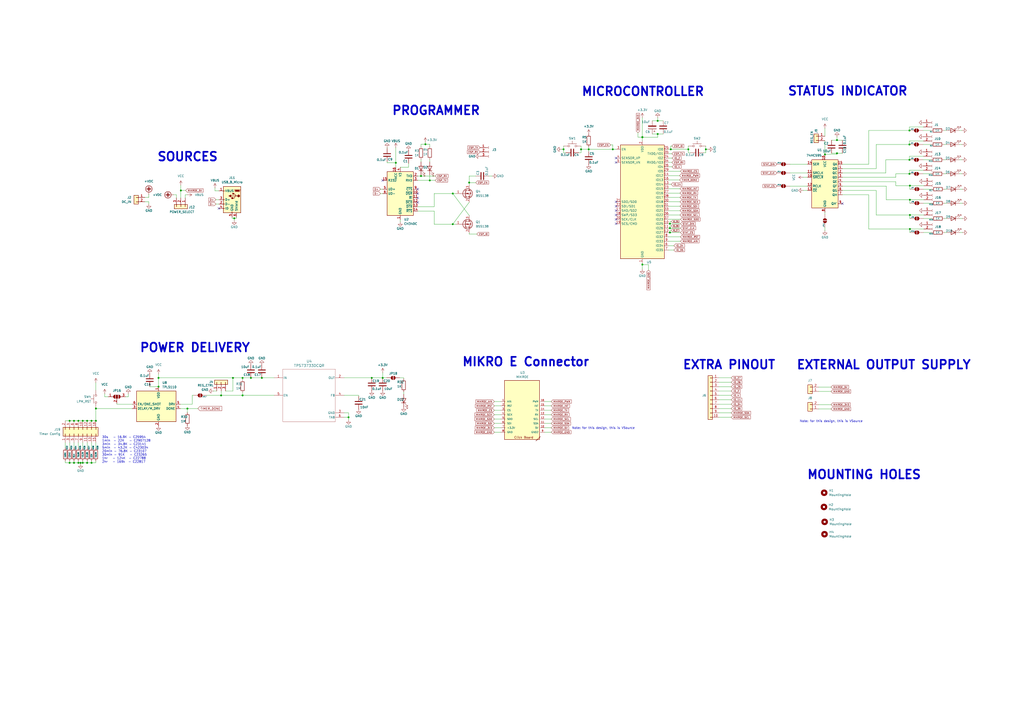
<source format=kicad_sch>
(kicad_sch (version 20231120) (generator "eeschema") (generator_version "8.0")
  (paper "A2")
  (junction (at 202.184 242.062))
  (junction (at 140.716 219.202))
  (junction (at 527.558 92.71))
  (junction (at 388.62 132.334))
  (junction (at 128.27 229.362))
  (junction (at 262.636 112.268))
  (junction (at 46.736 268.478))
  (junction (at 55.626 244.094))
  (junction (at 381.508 77.724))
  (junction (at 381.508 70.104))
  (junction (at 527.812 132.842))
  (junction (at 478.536 89.535))
  (junction (at 45.466 244.094))
  (junction (at 527.812 107.696))
  (junction (at 262.636 130.048))
  (junction (at 527.558 75.692))
  (junction (at 55.626 236.982))
  (junction (at 91.948 224.282))
  (junction (at 151.892 219.202))
  (junction (at 42.926 244.094))
  (junction (at 246.761 83.693))
  (junction (at 326.898 86.614))
  (junction (at 221.996 219.202))
  (junction (at 372.618 79.629))
  (junction (at 135.128 219.202))
  (junction (at 527.812 124.714))
  (junction (at 45.466 268.478))
  (junction (at 272.161 105.918))
  (junction (at 42.926 268.478))
  (junction (at 135.89 126.619))
  (junction (at 53.086 244.094))
  (junction (at 337.058 86.614))
  (junction (at 388.62 134.874))
  (junction (at 372.618 153.4678))
  (junction (at 341.503 86.614))
  (junction (at 372.618 79.5299))
  (junction (at 355.473 86.614))
  (junction (at 215.646 219.202))
  (junction (at 50.546 268.478))
  (junction (at 249.301 104.648))
  (junction (at 108.712 237.012))
  (junction (at 527.812 115.8769))
  (junction (at 399.288 86.614))
  (junction (at 145.542 219.202))
  (junction (at 104.902 110.49))
  (junction (at 48.006 244.094))
  (junction (at 91.948 219.202))
  (junction (at 40.386 268.478))
  (junction (at 244.221 102.108))
  (junction (at 40.386 244.094))
  (junction (at 53.086 268.478))
  (junction (at 485.521 81.28))
  (junction (at 229.616 94.4371))
  (junction (at 50.546 244.094))
  (junction (at 140.716 229.362))
  (junction (at 48.0047 268.478))
  (junction (at 485.521 88.9))
  (junction (at 409.448 86.614))
  (junction (at 388.62 129.794))
  (junction (at 389.128 86.614))
  (junction (at 527.558 100.838))
  (junction (at 527.558 83.82))
  (no_connect (at 357.378 124.714))
  (no_connect (at 357.378 129.794))
  (no_connect (at 357.378 91.694))
  (no_connect (at 242.316 114.808))
  (no_connect (at 357.378 119.634))
  (no_connect (at 242.316 112.268))
  (no_connect (at 127 120.904))
  (no_connect (at 488.696 118.11))
  (no_connect (at 357.378 94.234))
  (no_connect (at 357.378 127.254))
  (no_connect (at 357.378 117.094))
  (no_connect (at 357.378 122.174))
  (no_connect (at 221.996 104.648))
  (no_connect (at 242.316 109.728))
  (no_connect (at 242.316 117.348))
  (wire (pts (xy 508.254 110.49) (xy 508.254 124.714)))
  (wire (pts (xy 527.558 83.82) (xy 527.812 83.82)))
  (wire (pts (xy 458.2704 100.331) (xy 468.376 100.331)))
  (wire (pts (xy 315.976 243.078) (xy 319.786 243.078)))
  (wire (pts (xy 130.81 226.822) (xy 135.128 226.822)))
  (wire (pts (xy 244.221 84.963) (xy 244.221 83.693)))
  (wire (pts (xy 111.506 229.362) (xy 111.506 234.442)))
  (wire (pts (xy 387.858 119.634) (xy 394.462 119.634)))
  (wire (pts (xy 242.316 102.108) (xy 244.221 102.108)))
  (wire (pts (xy 488.696 110.49) (xy 508.254 110.49)))
  (wire (pts (xy 104.648 236.982) (xy 108.712 237.012)))
  (wire (pts (xy 199.644 242.062) (xy 202.184 242.062)))
  (wire (pts (xy 215.646 219.202) (xy 221.996 219.202)))
  (wire (pts (xy 372.618 153.4678) (xy 372.618 152.654)))
  (wire (pts (xy 272.161 135.763) (xy 272.161 135.128)))
  (wire (pts (xy 315.976 245.618) (xy 319.786 245.618)))
  (wire (pts (xy 48.0047 267.462) (xy 48.0047 268.478)))
  (wire (pts (xy 45.466 268.478) (xy 46.736 268.478)))
  (wire (pts (xy 202.184 239.522) (xy 202.184 242.062)))
  (wire (pts (xy 535.94 115.824) (xy 527.812 115.824)))
  (wire (pts (xy 387.858 104.394) (xy 394.208 104.394)))
  (wire (pts (xy 514.096 107.95) (xy 514.096 115.8769)))
  (wire (pts (xy 488.696 113.03) (xy 503.936 113.03)))
  (wire (pts (xy 519.684 105.41) (xy 519.684 107.696)))
  (wire (pts (xy 488.696 105.41) (xy 519.684 105.41)))
  (wire (pts (xy 399.288 86.614) (xy 399.288 88.519)))
  (wire (pts (xy 547.624 75.692) (xy 548.894 75.692)))
  (wire (pts (xy 503.936 75.692) (xy 527.558 75.692)))
  (wire (pts (xy 55.626 236.982) (xy 76.708 236.982)))
  (wire (pts (xy 381.508 77.724) (xy 381.508 79.629)))
  (wire (pts (xy 244.221 83.693) (xy 246.761 83.693)))
  (wire (pts (xy 424.18 221.742) (xy 417.068 221.742)))
  (wire (pts (xy 315.976 250.698) (xy 319.786 250.698)))
  (wire (pts (xy 224.536 94.4371) (xy 229.616 94.4371)))
  (wire (pts (xy 535.686 98.806) (xy 527.558 98.806)))
  (wire (pts (xy 519.684 100.838) (xy 527.558 100.838)))
  (wire (pts (xy 104.902 110.49) (xy 107.696 110.49)))
  (wire (pts (xy 387.858 94.234) (xy 389.763 94.234)))
  (wire (pts (xy 286.766 237.998) (xy 290.576 237.998)))
  (wire (pts (xy 236.982 97.028) (xy 232.156 97.028)))
  (wire (pts (xy 262.636 130.048) (xy 264.541 130.048)))
  (wire (pts (xy 387.858 106.934) (xy 389.382 106.934)))
  (wire (pts (xy 424.18 236.982) (xy 417.068 236.982)))
  (wire (pts (xy 50.546 268.478) (xy 53.086 268.478)))
  (wire (pts (xy 55.626 259.842) (xy 55.626 256.794)))
  (wire (pts (xy 482.346 88.9) (xy 485.521 88.9)))
  (wire (pts (xy 547.878 117.856) (xy 549.148 117.856)))
  (wire (pts (xy 286.766 240.538) (xy 290.576 240.538)))
  (wire (pts (xy 104.902 110.49) (xy 104.902 114.808)))
  (wire (pts (xy 102.362 113.03) (xy 102.362 114.808)))
  (wire (pts (xy 286.766 250.698) (xy 290.576 250.698)))
  (wire (pts (xy 111.506 229.362) (xy 112.268 229.362)))
  (wire (pts (xy 135.128 219.202) (xy 140.716 219.202)))
  (wire (pts (xy 354.203 84.074) (xy 355.473 84.074)))
  (wire (pts (xy 48.006 244.094) (xy 50.546 244.094)))
  (wire (pts (xy 485.521 88.9) (xy 485.521 89.535)))
  (wire (pts (xy 547.878 134.874) (xy 549.148 134.874)))
  (wire (pts (xy 53.086 259.842) (xy 53.086 256.794)))
  (wire (pts (xy 387.858 99.314) (xy 394.716 99.314)))
  (wire (pts (xy 140.716 227.838) (xy 140.716 229.362)))
  (wire (pts (xy 388.62 128.524) (xy 388.62 129.794)))
  (wire (pts (xy 37.846 267.462) (xy 37.846 268.478)))
  (wire (pts (xy 315.976 235.458) (xy 319.786 235.458)))
  (wire (pts (xy 527.558 98.806) (xy 527.558 100.838)))
  (wire (pts (xy 335.788 88.519) (xy 337.058 88.519)))
  (wire (pts (xy 547.624 92.71) (xy 548.894 92.71)))
  (wire (pts (xy 272.161 117.348) (xy 262.636 130.048)))
  (wire (pts (xy 40.386 244.094) (xy 42.926 244.094)))
  (wire (pts (xy 234.188 219.202) (xy 234.188 219.71)))
  (wire (pts (xy 527.812 117.856) (xy 528.066 117.856)))
  (wire (pts (xy 286.766 243.078) (xy 290.576 243.078)))
  (wire (pts (xy 123.698 226.822) (xy 125.73 226.822)))
  (wire (pts (xy 128.27 226.822) (xy 128.27 229.362)))
  (wire (pts (xy 527.812 134.874) (xy 528.066 134.874)))
  (wire (pts (xy 91.948 216.916) (xy 91.948 219.202)))
  (wire (pts (xy 283.591 102.108) (xy 285.496 102.108)))
  (wire (pts (xy 372.618 68.199) (xy 372.618 79.5299)))
  (wire (pts (xy 108.712 237.012) (xy 108.712 239.268)))
  (wire (pts (xy 399.288 84.709) (xy 399.288 86.614)))
  (wire (pts (xy 337.058 86.614) (xy 337.058 84.709)))
  (wire (pts (xy 151.892 219.202) (xy 159.004 219.202)))
  (wire (pts (xy 224.536 85.598) (xy 224.536 86.106)))
  (wire (pts (xy 527.558 81.788) (xy 527.558 83.82)))
  (wire (pts (xy 246.761 83.693) (xy 249.301 83.693)))
  (wire (pts (xy 249.301 92.583) (xy 249.301 93.853)))
  (wire (pts (xy 478.536 89.535) (xy 478.536 90.17)))
  (wire (pts (xy 556.514 100.838) (xy 558.038 100.838)))
  (wire (pts (xy 145.542 219.202) (xy 151.892 219.202)))
  (wire (pts (xy 55.626 236.474) (xy 55.626 236.982)))
  (wire (pts (xy 370.078 76.962) (xy 370.078 79.5299)))
  (wire (pts (xy 387.858 122.174) (xy 394.462 122.174)))
  (wire (pts (xy 482.092 227.076) (xy 474.98 227.076)))
  (wire (pts (xy 275.971 102.108) (xy 272.161 102.108)))
  (wire (pts (xy 107.442 113.03) (xy 107.442 114.808)))
  (wire (pts (xy 224.536 93.726) (xy 224.536 94.4371)))
  (wire (pts (xy 50.546 244.094) (xy 53.086 244.094)))
  (wire (pts (xy 48.006 267.462) (xy 48.0047 267.462)))
  (wire (pts (xy 514.096 115.8769) (xy 527.812 115.8769)))
  (wire (pts (xy 387.858 137.414) (xy 394.716 137.414)))
  (wire (pts (xy 485.521 79.375) (xy 485.521 81.28)))
  (wire (pts (xy 387.858 145.034) (xy 390.906 145.034)))
  (wire (pts (xy 42.926 268.478) (xy 42.926 267.462)))
  (wire (pts (xy 42.926 259.842) (xy 42.926 256.794)))
  (wire (pts (xy 242.316 119.888) (xy 251.841 119.888)))
  (wire (pts (xy 40.386 259.842) (xy 40.386 256.794)))
  (wire (pts (xy 387.858 117.094) (xy 394.462 117.094)))
  (wire (pts (xy 251.841 112.268) (xy 262.636 112.268)))
  (wire (pts (xy 535.94 107.696) (xy 527.812 107.696)))
  (wire (pts (xy 276.606 135.763) (xy 272.161 135.763)))
  (wire (pts (xy 556.514 83.82) (xy 558.038 83.82)))
  (wire (pts (xy 527.812 109.728) (xy 528.066 109.728)))
  (wire (pts (xy 236.982 94.742) (xy 236.982 97.028)))
  (wire (pts (xy 48.0047 268.478) (xy 50.546 268.478)))
  (wire (pts (xy 50.546 267.462) (xy 50.546 268.478)))
  (wire (pts (xy 410.718 86.614) (xy 409.448 86.614)))
  (wire (pts (xy 527.812 132.842) (xy 527.812 134.874)))
  (wire (pts (xy 220.726 112.268) (xy 221.996 112.268)))
  (wire (pts (xy 389.382 131.064) (xy 388.62 131.064)))
  (wire (pts (xy 535.94 132.842) (xy 527.812 132.842)))
  (wire (pts (xy 387.858 96.774) (xy 389.89 96.774)))
  (wire (pts (xy 409.448 84.709) (xy 409.448 86.614)))
  (wire (pts (xy 140.716 229.362) (xy 159.004 229.362)))
  (wire (pts (xy 535.686 134.874) (xy 540.258 134.874)))
  (wire (pts (xy 389.128 86.614) (xy 387.858 86.614)))
  (wire (pts (xy 326.898 88.519) (xy 326.898 86.614)))
  (wire (pts (xy 519.684 107.696) (xy 527.812 107.696)))
  (wire (pts (xy 387.858 109.474) (xy 394.462 109.474)))
  (wire (pts (xy 272.161 105.918) (xy 275.971 105.918)))
  (wire (pts (xy 251.841 112.268) (xy 251.841 119.888)))
  (wire (pts (xy 394.716 129.794) (xy 388.62 129.794)))
  (wire (pts (xy 86.36 117.094) (xy 84.074 117.094)))
  (wire (pts (xy 104.902 107.442) (xy 104.902 110.49)))
  (wire (pts (xy 424.18 239.522) (xy 417.068 239.522)))
  (wire (pts (xy 488.696 107.95) (xy 514.096 107.95)))
  (wire (pts (xy 272.161 102.108) (xy 272.161 105.918)))
  (wire (pts (xy 503.936 132.842) (xy 527.812 132.842)))
  (wire (pts (xy 488.696 102.87) (xy 519.684 102.87)))
  (wire (pts (xy 229.616 85.598) (xy 229.616 94.4371)))
  (wire (pts (xy 527.812 115.824) (xy 527.812 115.8769)))
  (wire (pts (xy 381.508 79.629) (xy 372.618 79.629)))
  (wire (pts (xy 286.766 235.458) (xy 290.576 235.458)))
  (wire (pts (xy 388.62 132.334) (xy 387.858 132.334)))
  (wire (pts (xy 535.686 73.66) (xy 527.558 73.66)))
  (wire (pts (xy 535.686 109.728) (xy 540.258 109.728)))
  (wire (pts (xy 535.686 126.746) (xy 540.258 126.746)))
  (wire (pts (xy 272.161 124.968) (xy 262.636 112.268)))
  (wire (pts (xy 326.898 86.614) (xy 326.898 84.709)))
  (wire (pts (xy 389.763 84.709) (xy 389.128 84.709)))
  (wire (pts (xy 535.432 92.71) (xy 540.004 92.71)))
  (wire (pts (xy 482.092 224.536) (xy 474.98 224.536)))
  (wire (pts (xy 251.841 122.428) (xy 251.841 130.048)))
  (wire (pts (xy 42.926 244.094) (xy 45.466 244.094)))
  (wire (pts (xy 124.714 108.966) (xy 124.714 110.744)))
  (wire (pts (xy 55.626 236.982) (xy 55.626 244.094)))
  (wire (pts (xy 547.878 109.728) (xy 549.148 109.728)))
  (wire (pts (xy 424.18 242.062) (xy 417.068 242.062)))
  (wire (pts (xy 124.714 110.744) (xy 127 110.744)))
  (wire (pts (xy 229.616 94.4371) (xy 229.616 97.028)))
  (wire (pts (xy 74.422 230.124) (xy 72.898 230.124)))
  (wire (pts (xy 387.858 91.694) (xy 389.89 91.694)))
  (wire (pts (xy 388.62 129.794) (xy 387.858 129.794)))
  (wire (pts (xy 394.716 134.874) (xy 388.62 134.874)))
  (wire (pts (xy 50.546 259.842) (xy 50.546 256.794)))
  (wire (pts (xy 220.726 109.728) (xy 221.996 109.728)))
  (wire (pts (xy 104.648 234.442) (xy 111.506 234.442)))
  (wire (pts (xy 337.058 88.519) (xy 337.058 86.614)))
  (wire (pts (xy 242.316 122.428) (xy 251.841 122.428)))
  (wire (pts (xy 128.27 229.362) (xy 140.716 229.362)))
  (wire (pts (xy 372.618 79.629) (xy 372.618 81.534)))
  (wire (pts (xy 468.376 107.951) (xy 468.376 107.95)))
  (wire (pts (xy 37.846 244.094) (xy 40.386 244.094)))
  (wire (pts (xy 341.503 85.344) (xy 341.503 86.614)))
  (wire (pts (xy 249.301 101.473) (xy 249.301 104.648)))
  (wire (pts (xy 46.736 268.478) (xy 48.0047 268.478)))
  (wire (pts (xy 86.36 114.554) (xy 84.074 114.554)))
  (wire (pts (xy 424.18 226.822) (xy 417.068 226.822)))
  (wire (pts (xy 53.086 268.478) (xy 55.626 268.478)))
  (wire (pts (xy 135.128 226.822) (xy 135.128 219.202)))
  (wire (pts (xy 508.254 97.79) (xy 508.254 83.82)))
  (wire (pts (xy 42.926 268.478) (xy 45.466 268.478)))
  (wire (pts (xy 337.058 86.614) (xy 341.503 86.614)))
  (wire (pts (xy 125.222 115.824) (xy 127 115.824)))
  (wire (pts (xy 468.376 100.331) (xy 468.376 100.33)))
  (wire (pts (xy 519.684 102.87) (xy 519.684 100.838)))
  (wire (pts (xy 74.422 228.346) (xy 74.422 230.124)))
  (wire (pts (xy 387.858 101.854) (xy 394.208 101.854)))
  (wire (pts (xy 527.558 92.71) (xy 527.812 92.71)))
  (wire (pts (xy 86.36 118.364) (xy 86.36 117.094)))
  (wire (pts (xy 547.624 100.838) (xy 548.894 100.838)))
  (wire (pts (xy 199.644 229.362) (xy 208.026 229.362)))
  (wire (pts (xy 503.936 113.03) (xy 503.936 132.842)))
  (wire (pts (xy 527.558 90.678) (xy 527.558 92.71)))
  (wire (pts (xy 482.346 81.28) (xy 485.521 81.28)))
  (wire (pts (xy 134.62 125.984) (xy 134.62 126.619)))
  (wire (pts (xy 370.078 79.5299) (xy 372.618 79.5299)))
  (wire (pts (xy 556.768 126.746) (xy 558.292 126.746)))
  (wire (pts (xy 372.618 79.5299) (xy 372.618 79.629)))
  (wire (pts (xy 244.221 101.473) (xy 244.221 102.108)))
  (wire (pts (xy 86.36 112.776) (xy 86.36 114.554)))
  (wire (pts (xy 389.128 84.709) (xy 389.128 86.614)))
  (wire (pts (xy 547.624 83.82) (xy 548.894 83.82)))
  (wire (pts (xy 67.818 234.442) (xy 67.818 233.934)))
  (wire (pts (xy 221.996 216.154) (xy 221.996 219.202)))
  (wire (pts (xy 231.902 219.202) (xy 234.188 219.202)))
  (wire (pts (xy 53.086 244.094) (xy 55.626 244.094)))
  (wire (pts (xy 286.766 245.618) (xy 290.576 245.618)))
  (wire (pts (xy 478.536 124.206) (xy 478.536 123.19)))
  (wire (pts (xy 535.432 83.82) (xy 540.004 83.82)))
  (wire (pts (xy 140.716 219.202) (xy 145.542 219.202)))
  (wire (pts (xy 508.254 124.714) (xy 527.812 124.714)))
  (wire (pts (xy 376.174 153.4678) (xy 372.618 153.4678)))
  (wire (pts (xy 55.626 221.996) (xy 55.626 226.314)))
  (wire (pts (xy 91.948 219.202) (xy 91.948 224.282)))
  (wire (pts (xy 556.768 109.728) (xy 558.292 109.728)))
  (wire (pts (xy 465.836 110.49) (xy 468.376 110.49)))
  (wire (pts (xy 249.301 104.648) (xy 252.476 104.648)))
  (wire (pts (xy 242.316 104.648) (xy 249.301 104.648)))
  (wire (pts (xy 535.686 90.678) (xy 527.558 90.678)))
  (wire (pts (xy 67.818 234.442) (xy 76.708 234.442)))
  (wire (pts (xy 488.696 95.25) (xy 503.936 95.25)))
  (wire (pts (xy 556.768 117.856) (xy 558.292 117.856)))
  (wire (pts (xy 556.768 134.874) (xy 558.292 134.874)))
  (wire (pts (xy 535.686 117.856) (xy 540.258 117.856)))
  (wire (pts (xy 202.184 242.062) (xy 202.184 243.586)))
  (wire (pts (xy 378.333 77.724) (xy 381.508 77.724)))
  (wire (pts (xy 399.288 86.614) (xy 389.128 86.614)))
  (wire (pts (xy 91.948 219.202) (xy 135.128 219.202)))
  (wire (pts (xy 328.168 88.519) (xy 326.898 88.519)))
  (wire (pts (xy 527.812 124.714) (xy 527.812 126.746)))
  (wire (pts (xy 478.536 133.858) (xy 478.536 131.826)))
  (wire (pts (xy 389.382 128.524) (xy 388.62 128.524)))
  (wire (pts (xy 389.382 133.604) (xy 388.62 133.604)))
  (wire (pts (xy 381.508 68.199) (xy 381.508 70.104)))
  (wire (pts (xy 315.976 232.918) (xy 319.786 232.918)))
  (wire (pts (xy 234.188 227.33) (xy 234.188 228.6)))
  (wire (pts (xy 527.558 100.838) (xy 527.812 100.838)))
  (wire (pts (xy 45.466 259.842) (xy 45.466 256.794)))
  (wire (pts (xy 114.808 236.982) (xy 108.712 236.982)))
  (wire (pts (xy 60.706 230.124) (xy 62.738 230.124)))
  (wire (pts (xy 465.836 102.87) (xy 468.376 102.87)))
  (wire (pts (xy 53.086 267.462) (xy 53.086 268.478)))
  (wire (pts (xy 199.644 239.522) (xy 202.184 239.522)))
  (wire (pts (xy 503.936 95.25) (xy 503.936 75.692)))
  (wire (pts (xy 40.386 268.478) (xy 42.926 268.478)))
  (wire (pts (xy 286.766 232.918) (xy 290.576 232.918)))
  (wire (pts (xy 409.448 86.614) (xy 409.448 88.519)))
  (wire (pts (xy 424.18 219.202) (xy 417.068 219.202)))
  (wire (pts (xy 547.878 126.746) (xy 549.148 126.746)))
  (wire (pts (xy 387.858 127.254) (xy 394.716 127.254)))
  (wire (pts (xy 488.696 97.79) (xy 508.254 97.79)))
  (wire (pts (xy 508.254 83.82) (xy 527.558 83.82)))
  (wire (pts (xy 208.026 229.362) (xy 208.026 229.87)))
  (wire (pts (xy 527.812 115.8769) (xy 527.812 117.856)))
  (wire (pts (xy 381.508 77.724) (xy 384.683 77.724)))
  (wire (pts (xy 387.858 112.014) (xy 394.462 112.014)))
  (wire (pts (xy 399.288 88.519) (xy 400.558 88.519)))
  (wire (pts (xy 535.432 75.692) (xy 540.004 75.692)))
  (wire (pts (xy 394.716 132.334) (xy 388.62 132.334)))
  (wire (pts (xy 37.846 259.842) (xy 37.846 256.794)))
  (wire (pts (xy 135.89 126.619) (xy 134.62 126.619)))
  (wire (pts (xy 387.858 89.154) (xy 389.763 89.154)))
  (wire (pts (xy 40.386 267.462) (xy 40.386 268.478)))
  (wire (pts (xy 199.644 219.202) (xy 215.646 219.202)))
  (wire (pts (xy 244.221 92.583) (xy 244.221 93.853)))
  (wire (pts (xy 315.976 240.538) (xy 319.786 240.538)))
  (wire (pts (xy 341.503 86.614) (xy 341.503 87.884)))
  (wire (pts (xy 535.686 81.788) (xy 527.558 81.788)))
  (wire (pts (xy 478.536 81.534) (xy 478.536 89.535)))
  (wire (pts (xy 388.62 134.874) (xy 387.858 134.874)))
  (wire (pts (xy 286.766 248.158) (xy 290.576 248.158)))
  (wire (pts (xy 535.432 100.838) (xy 540.004 100.838)))
  (wire (pts (xy 556.514 92.71) (xy 558.038 92.71)))
  (wire (pts (xy 394.462 114.554) (xy 387.858 114.554)))
  (wire (pts (xy 485.521 89.535) (xy 478.536 89.535)))
  (wire (pts (xy 315.976 237.998) (xy 319.786 237.998)))
  (wire (pts (xy 46.736 268.478) (xy 46.736 269.24)))
  (wire (pts (xy 513.842 100.33) (xy 513.842 92.71)))
  (wire (pts (xy 387.858 142.494) (xy 390.906 142.494)))
  (wire (pts (xy 388.62 133.604) (xy 388.62 134.874)))
  (wire (pts (xy 325.628 86.614) (xy 326.898 86.614)))
  (wire (pts (xy 140.716 220.218) (xy 140.716 219.202)))
  (wire (pts (xy 125.222 118.364) (xy 127 118.364)))
  (wire (pts (xy 424.18 224.282) (xy 417.068 224.282)))
  (wire (pts (xy 388.62 131.064) (xy 388.62 132.334)))
  (wire (pts (xy 381.508 70.104) (xy 384.683 70.104)))
  (wire (pts (xy 355.473 86.614) (xy 357.378 86.614)))
  (wire (pts (xy 108.712 236.982) (xy 108.712 237.012)))
  (wire (pts (xy 478.536 74.422) (xy 478.536 78.994)))
  (wire (pts (xy 488.696 100.33) (xy 513.842 100.33)))
  (wire (pts (xy 48.006 259.842) (xy 48.006 256.794)))
  (wire (pts (xy 315.976 248.158) (xy 319.786 248.158)))
  (wire (pts (xy 527.812 107.696) (xy 527.812 109.728)))
  (wire (pts (xy 527.812 126.746) (xy 528.066 126.746)))
  (wire (pts (xy 249.301 83.693) (xy 249.301 84.963)))
  (wire (pts (xy 60.706 228.346) (xy 60.706 230.124)))
  (wire (pts (xy 485.521 81.28) (xy 488.696 81.28)))
  (wire (pts (xy 372.618 156.21) (xy 372.618 153.4678)))
  (wire (pts (xy 424.18 229.362) (xy 417.068 229.362)))
  (wire (pts (xy 341.503 86.614) (xy 355.473 86.614)))
  (wire (pts (xy 246.761 82.423) (xy 246.761 83.693)))
  (wire (pts (xy 137.16 126.619) (xy 135.89 126.619)))
  (wire (pts (xy 424.18 231.902) (xy 417.068 231.902)))
  (wire (pts (xy 387.858 139.954) (xy 394.716 139.954)))
  (wire (pts (xy 527.558 73.66) (xy 527.558 75.692)))
  (wire (pts (xy 45.466 244.094) (xy 48.006 244.094)))
  (wire (pts (xy 232.156 127.508) (xy 232.156 128.778)))
  (wire (pts (xy 482.092 237.236) (xy 474.98 237.236)))
  (wire (pts (xy 100.584 113.03) (xy 102.362 113.03)))
  (wire (pts (xy 556.514 75.692) (xy 558.038 75.692)))
  (wire (pts (xy 135.89 126.619) (xy 135.89 127.889)))
  (wire (pts (xy 37.846 268.478) (xy 40.386 268.478)))
  (wire (pts (xy 45.466 267.462) (xy 45.466 268.478)))
  (wire (pts (xy 221.996 219.202) (xy 224.282 219.202)))
  (wire (pts (xy 355.473 84.074) (xy 355.473 86.614)))
  (wire (pts (xy 86.868 224.282) (xy 91.948 224.282)))
  (wire (pts (xy 424.18 234.442) (xy 417.068 234.442)))
  (wire (pts (xy 527.558 75.692) (xy 527.812 75.692)))
  (wire (pts (xy 485.521 88.9) (xy 488.696 88.9)))
  (wire (pts (xy 468.376 95.25) (xy 458.2704 95.25)))
  (wire (pts (xy 244.221 102.108) (xy 252.476 102.108)))
  (wire (pts (xy 376.174 156.718) (xy 376.174 153.4678)))
  (wire (pts (xy 251.841 130.048) (xy 262.636 130.048)))
  (wire (pts (xy 408.178 88.519) (xy 409.448 88.519)))
  (wire (pts (xy 513.842 92.71) (xy 527.558 92.71)))
  (wire (pts (xy 137.16 125.984) (xy 137.16 126.619)))
  (wire (pts (xy 55.626 267.462) (xy 55.626 268.478)))
  (wire (pts (xy 535.94 124.714) (xy 527.812 124.714)))
  (wire (pts (xy 387.858 124.714) (xy 394.462 124.714)))
  (wire (pts (xy 262.636 112.268) (xy 264.541 112.268)))
  (wire (pts (xy 378.333 70.104) (xy 381.508 70.104)))
  (wire (pts (xy 458.2704 95.25) (xy 458.2704 95.251)))
  (wire (pts (xy 119.888 229.362) (xy 128.27 229.362)))
  (wire (pts (xy 272.161 107.188) (xy 272.161 105.918)))
  (wire (pts (xy 458.2704 107.951) (xy 468.376 107.951)))
  (wire (pts (xy 482.092 234.696) (xy 474.98 234.696)))
  (wire (pts (xy 108.712 113.03) (xy 107.442 113.03)))
  (text "MICROCONTROLLER" (at 337.058 56.134 0) (effects (font (size 5 5) (thickness 1) (bold yes)) (justify left bottom)))
  (text "Note: for this design, this is VSource" (at 482.1825 244.4491 0) (effects (font (size 1.27 1.27))))
  (text "PROGRAMMER" (at 227.076 67.183 0) (effects (font (size 5 5) (thickness 1) (bold yes)) (justify left bottom)))
  (text "POWER DELIVERY" (at 80.772 204.724 0) (effects (font (size 5 5) (thickness 1) (bold yes)) (justify left bottom)))
  (text "STATUS INDICATOR" (at 456.692 55.88 0) (effects (font (size 5 5) (thickness 1) (bold yes)) (justify left bottom)))
  (text "MIKRO E Connector" (at 267.7735 212.9354 0) (effects (font (size 5 5) (thickness 1) (bold yes)) (justify left bottom)))
  (text "Note: for this design, this is VSource" (at 350.012 248.412 0) (effects (font (size 1.27 1.27))))
  (text "SOURCES" (at 90.932 93.98 0) (effects (font (size 5 5) (thickness 1) (bold yes)) (justify left bottom)))
  (text "MOUNTING HOLES" (at 467.868 278.384 0) (effects (font (size 5 5) (thickness 1) (bold yes)) (justify left bottom)))
  (text "EXTRA PINOUT" (at 395.732 214.63 0) (effects (font (size 5 5) (thickness 1) (bold yes)) (justify left bottom)))
  (text "EXTERNAL OUTPUT SUPPLY" (at 461.7513 214.6598 0) (effects (font (size 5 5) (thickness 1) (bold yes)) (justify left bottom)))
  (text "30s   - 16.9K - C25954\n1min  - 22K   - C2907128\n3min  - 34.8K - C23141\n5min  - 43.2K - C423034\n20min - 76.8K - C23107\n30min - 91K   - C23265\n1hr   - 124K  - C22788\n2hr   - 169k  - C22817\n" (at 59.182 260.858 0) (effects (font (size 1.27 1.27)) (justify left)))
  (global_label "MIKROE_PWM" (shape input) (at 394.208 101.854 0) (effects (font (size 1.016 1.016))) (property "Intersheetrefs" "${INTERSHEET_REFS}" (effects (hide yes))))
  (global_label "MIKROE_RX" (shape input) (at 394.462 112.014 0) (effects (font (size 1.016 1.016))) (property "Intersheetrefs" "${INTERSHEET_REFS}" (effects (hide yes))))
  (global_label "ESP_I0" (shape input) (at 276.606 135.763 0) (effects (font (size 1 1))) (property "Intersheetrefs" "${INTERSHEET_REFS}" (effects (hide yes))))
  (global_label "MIKROE_CS" (shape input) (at 394.716 99.314 0) (effects (font (size 1.016 1.016))) (property "Intersheetrefs" "${INTERSHEET_REFS}" (effects (hide yes))))
  (global_label "ESP_RX" (shape input) (at 389.763 94.234 0) (effects (font (size 1 1))) (property "Intersheetrefs" "${INTERSHEET_REFS}" (effects (hide yes))))
  (global_label "MIKROE_GND" (shape input) (at 482.092 237.236 0) (effects (font (size 1.016 1.016))) (property "Intersheetrefs" "${INTERSHEET_REFS}" (effects (hide yes))))
  (global_label "IO_27" (shape input) (at 424.18 219.202 0) (effects (font (size 1.016 1.016))) (property "Intersheetrefs" "${INTERSHEET_REFS}" (effects (hide yes))))
  (global_label "IO_4" (shape input) (at 424.18 229.362 0) (effects (font (size 1.016 1.016))) (property "Intersheetrefs" "${INTERSHEET_REFS}" (effects (hide yes))))
  (global_label "MIKROE_SDO" (shape input) (at 394.716 127.254 0) (effects (font (size 1.016 1.016))) (property "Intersheetrefs" "${INTERSHEET_REFS}" (effects (hide yes))))
  (global_label "MIKROE_3V3" (shape input) (at 286.766 248.158 180) (effects (font (size 1.016 1.016))) (property "Intersheetrefs" "${INTERSHEET_REFS}" (effects (hide yes))))
  (global_label "MIKROE_AIN" (shape input) (at 394.716 139.954 0) (effects (font (size 1.016 1.016))) (property "Intersheetrefs" "${INTERSHEET_REFS}" (effects (hide yes))))
  (global_label "STAT_DIN" (shape input) (at 450.6504 95.251 180) (effects (font (size 1.016 1.016))) (property "Intersheetrefs" "${INTERSHEET_REFS}" (effects (hide yes))))
  (global_label "MIKROE_5V" (shape input) (at 319.786 248.158 0) (effects (font (size 1.016 1.016))) (property "Intersheetrefs" "${INTERSHEET_REFS}" (effects (hide yes))))
  (global_label "D-" (shape input) (at 220.726 112.268 180) (effects (font (size 1.016 1.016))) (property "Intersheetrefs" "${INTERSHEET_REFS}" (effects (hide yes))))
  (global_label "STAT_DIN" (shape input) (at 394.716 129.794 0) (effects (font (size 1.016 1.016))) (property "Intersheetrefs" "${INTERSHEET_REFS}" (effects (hide yes))))
  (global_label "MIKROE_AIN" (shape input) (at 286.766 232.918 180) (effects (font (size 1.016 1.016))) (property "Intersheetrefs" "${INTERSHEET_REFS}" (effects (hide yes))))
  (global_label "MIKROE_RST" (shape input) (at 286.766 235.458 180) (effects (font (size 1.016 1.016))) (property "Intersheetrefs" "${INTERSHEET_REFS}" (effects (hide yes))))
  (global_label "IO_25" (shape input) (at 424.18 224.282 0) (effects (font (size 1.016 1.016))) (property "Intersheetrefs" "${INTERSHEET_REFS}" (effects (hide yes))))
  (global_label "MIKROE_SDO" (shape input) (at 286.766 243.078 180) (effects (font (size 1.016 1.016))) (property "Intersheetrefs" "${INTERSHEET_REFS}" (effects (hide yes))))
  (global_label "ESP_TX" (shape input) (at 252.476 104.648 0) (effects (font (size 1 1))) (property "Intersheetrefs" "${INTERSHEET_REFS}" (effects (hide yes))))
  (global_label "MIKROE_TX" (shape input) (at 394.462 114.554 0) (effects (font (size 1.016 1.016))) (property "Intersheetrefs" "${INTERSHEET_REFS}" (effects (hide yes))))
  (global_label "MIKROE_GND" (shape input) (at 376.174 156.718 270) (effects (font (size 1.016 1.016))) (property "Intersheetrefs" "${INTERSHEET_REFS}" (effects (hide yes))))
  (global_label "TIMER_DONE" (shape input) (at 394.208 104.394 0) (effects (font (size 1 1))) (property "Intersheetrefs" "${INTERSHEET_REFS}" (effects (hide yes))))
  (global_label "TIMER_DONE" (shape input) (at 114.808 236.982 0) (property "Intersheetrefs" "${INTERSHEET_REFS}" (effects (hide yes))))
  (global_label "IO_34" (shape input) (at 424.18 234.442 0) (effects (font (size 1.016 1.016))) (property "Intersheetrefs" "${INTERSHEET_REFS}" (effects (hide yes))))
  (global_label "IO_35" (shape input) (at 424.18 236.982 0) (effects (font (size 1.016 1.016))) (property "Intersheetrefs" "${INTERSHEET_REFS}" (effects (hide yes))))
  (global_label "MIKROE_5V" (shape input) (at 107.696 110.49 0) (effects (font (size 1.016 1.016))) (property "Intersheetrefs" "${INTERSHEET_REFS}" (effects (hide yes))))
  (global_label "MIKROE_3V3" (shape input) (at 370.078 76.962 90) (effects (font (size 1.016 1.016))) (property "Intersheetrefs" "${INTERSHEET_REFS}" (effects (hide yes))))
  (global_label "MIKROE_TX" (shape input) (at 319.786 237.998 0) (effects (font (size 1.016 1.016))) (property "Intersheetrefs" "${INTERSHEET_REFS}" (effects (hide yes))))
  (global_label "ESP_RX" (shape input) (at 278.511 88.138 180) (effects (font (size 1 1))) (property "Intersheetrefs" "${INTERSHEET_REFS}" (effects (hide yes))))
  (global_label "STAT_CS" (shape input) (at 450.6504 107.951 180) (effects (font (size 1.016 1.016))) (property "Intersheetrefs" "${INTERSHEET_REFS}" (effects (hide yes))))
  (global_label "IO_2" (shape input) (at 424.18 226.822 0) (effects (font (size 1.016 1.016))) (property "Intersheetrefs" "${INTERSHEET_REFS}" (effects (hide yes))))
  (global_label "IO_14" (shape input) (at 424.18 231.902 0) (effects (font (size 1.016 1.016))) (property "Intersheetrefs" "${INTERSHEET_REFS}" (effects (hide yes))))
  (global_label "STAT_CS" (shape input) (at 394.716 134.874 0) (effects (font (size 1.016 1.016))) (property "Intersheetrefs" "${INTERSHEET_REFS}" (effects (hide yes))))
  (global_label "MIKROE_SDI" (shape input) (at 394.462 119.634 0) (effects (font (size 1.016 1.016))) (property "Intersheetrefs" "${INTERSHEET_REFS}" (effects (hide yes))))
  (global_label "MIKROE_INT" (shape input) (at 394.462 109.474 0) (effects (font (size 1.016 1.016))) (property "Intersheetrefs" "${INTERSHEET_REFS}" (effects (hide yes))))
  (global_label "D+" (shape input) (at 125.222 115.824 180) (effects (font (size 1.016 1.016))) (property "Intersheetrefs" "${INTERSHEET_REFS}" (effects (hide yes))))
  (global_label "MIKROE_5V" (shape input) (at 482.092 224.536 0) (effects (font (size 1.016 1.016))) (property "Intersheetrefs" "${INTERSHEET_REFS}" (effects (hide yes))))
  (global_label "IO_27" (shape input) (at 389.382 133.604 0) (effects (font (size 0.762 0.762))) (property "Intersheetrefs" "${INTERSHEET_REFS}" (effects (hide yes))))
  (global_label "IO_14" (shape input) (at 389.382 106.934 0) (effects (font (size 1.016 1.016))) (property "Intersheetrefs" "${INTERSHEET_REFS}" (effects (hide yes))))
  (global_label "STAT_CLK" (shape input) (at 450.6504 100.331 180) (effects (font (size 1.016 1.016))) (property "Intersheetrefs" "${INTERSHEET_REFS}" (effects (hide yes))))
  (global_label "MIKROE_SDA" (shape input) (at 319.786 245.618 0) (effects (font (size 1.016 1.016))) (property "Intersheetrefs" "${INTERSHEET_REFS}" (effects (hide yes))))
  (global_label "MIKROE_GND" (shape input) (at 286.766 250.698 180) (effects (font (size 1.016 1.016))) (property "Intersheetrefs" "${INTERSHEET_REFS}" (effects (hide yes))))
  (global_label "MIKROE_RX" (shape input) (at 319.786 240.538 0) (effects (font (size 1.016 1.016))) (property "Intersheetrefs" "${INTERSHEET_REFS}" (effects (hide yes))))
  (global_label "ESP_EN" (shape input) (at 275.971 105.918 0) (effects (font (size 1 1))) (property "Intersheetrefs" "${INTERSHEET_REFS}" (effects (hide yes))))
  (global_label "ESP_TX" (shape input) (at 389.763 89.154 0) (effects (font (size 1 1))) (property "Intersheetrefs" "${INTERSHEET_REFS}" (effects (hide yes))))
  (global_label "IO_35" (shape input) (at 390.906 145.034 0) (effects (font (size 1.016 1.016))) (property "Intersheetrefs" "${INTERSHEET_REFS}" (effects (hide yes))))
  (global_label "IO_2" (shape input) (at 389.89 91.694 0) (effects (font (size 1.016 1.016))) (property "Intersheetrefs" "${INTERSHEET_REFS}" (effects (hide yes))))
  (global_label "MIKROE_SDA" (shape input) (at 394.462 122.174 0) (effects (font (size 1.016 1.016))) (property "Intersheetrefs" "${INTERSHEET_REFS}" (effects (hide yes))))
  (global_label "IO_26" (shape input) (at 389.382 131.064 0) (effects (font (size 0.762 0.762))) (property "Intersheetrefs" "${INTERSHEET_REFS}" (effects (hide yes))))
  (global_label "ESP_I0" (shape input) (at 389.763 84.709 0) (effects (font (size 1 1))) (property "Intersheetrefs" "${INTERSHEET_REFS}" (effects (hide yes))))
  (global_label "MIKROE_INT" (shape input) (at 319.786 235.458 0) (effects (font (size 1.016 1.016))) (property "Intersheetrefs" "${INTERSHEET_REFS}" (effects (hide yes))))
  (global_label "MIKROE_SCL" (shape input) (at 424.18 242.062 0) (effects (font (size 1.016 1.016))) (property "Intersheetrefs" "${INTERSHEET_REFS}" (effects (hide yes))))
  (global_label "D+" (shape input) (at 220.726 109.728 180) (effects (font (size 1.016 1.016))) (property "Intersheetrefs" "${INTERSHEET_REFS}" (effects (hide yes))))
  (global_label "MIKROE_GND" (shape input) (at 482.092 227.076 0) (effects (font (size 1.016 1.016))) (property "Intersheetrefs" "${INTERSHEET_REFS}" (effects (hide yes))))
  (global_label "MIKROE_PWM" (shape input) (at 319.786 232.918 0) (effects (font (size 1.016 1.016))) (property "Intersheetrefs" "${INTERSHEET_REFS}" (effects (hide yes))))
  (global_label "IO_4" (shape input) (at 389.89 96.774 0) (effects (font (size 1.016 1.016))) (property "Intersheetrefs" "${INTERSHEET_REFS}" (effects (hide yes))))
  (global_label "MIKROE_SDA" (shape input) (at 424.18 239.522 0) (effects (font (size 1.016 1.016))) (property "Intersheetrefs" "${INTERSHEET_REFS}" (effects (hide yes))))
  (global_label "ESP_TX" (shape input) (at 278.511 85.598 180) (effects (font (size 1 1))) (property "Intersheetrefs" "${INTERSHEET_REFS}" (effects (hide yes))))
  (global_label "MIKROE_CS" (shape input) (at 286.766 237.998 180) (effects (font (size 1.016 1.016))) (property "Intersheetrefs" "${INTERSHEET_REFS}" (effects (hide yes))))
  (global_label "MIKROE_SDI" (shape input) (at 286.766 245.618 180) (effects (font (size 1.016 1.016))) (property "Intersheetrefs" "${INTERSHEET_REFS}" (effects (hide yes))))
  (global_label "ESP_RX" (shape input) (at 252.476 102.108 0) (effects (font (size 1 1))) (property "Intersheetrefs" "${INTERSHEET_REFS}" (effects (hide yes))))
  (global_label "MIKROE_GND" (shape input) (at 319.786 250.698 0) (effects (font (size 1.016 1.016))) (property "Intersheetrefs" "${INTERSHEET_REFS}" (effects (hide yes))))
  (global_label "IO_34" (shape input) (at 390.906 142.494 0) (effects (font (size 1.016 1.016))) (property "Intersheetrefs" "${INTERSHEET_REFS}" (effects (hide yes))))
  (global_label "STAT_CLK" (shape input) (at 394.716 132.334 0) (effects (font (size 1.016 1.016))) (property "Intersheetrefs" "${INTERSHEET_REFS}" (effects (hide yes))))
  (global_label "IO_25" (shape input) (at 389.382 128.524 0) (effects (font (size 0.762 0.762))) (property "Intersheetrefs" "${INTERSHEET_REFS}" (effects (hide yes))))
  (global_label "MIKROE_SCK" (shape input) (at 286.766 240.538 180) (effects (font (size 1.016 1.016))) (property "Intersheetrefs" "${INTERSHEET_REFS}" (effects (hide yes))))
  (global_label "MIKROE_SCL" (shape input) (at 394.462 124.714 0) (effects (font (size 1.016 1.016))) (property "Intersheetrefs" "${INTERSHEET_REFS}" (effects (hide yes))))
  (global_label "MIKROE_SCK" (shape input) (at 394.462 117.094 0) (effects (font (size 1.016 1.016))) (property "Intersheetrefs" "${INTERSHEET_REFS}" (effects (hide yes))))
  (global_label "D-" (shape input) (at 125.222 118.364 180) (effects (font (size 1.016 1.016))) (property "Intersheetrefs" "${INTERSHEET_REFS}" (effects (hide yes))))
  (global_label "MIKROE_3V3" (shape input) (at 482.092 234.696 0) (effects (font (size 1.016 1.016))) (property "Intersheetrefs" "${INTERSHEET_REFS}" (effects (hide yes))))
  (global_label "IO_26" (shape input) (at 424.18 221.742 0) (effects (font (size 1.016 1.016))) (property "Intersheetrefs" "${INTERSHEET_REFS}" (effects (hide yes))))
  (global_label "MIKROE_RST" (shape input) (at 394.716 137.414 0) (effects (font (size 1.016 1.016))) (property "Intersheetrefs" "${INTERSHEET_REFS}" (effects (hide yes))))
  (global_label "ESP_EN" (shape input) (at 354.203 84.074 180) (effects (font (size 1 1))) (property "Intersheetrefs" "${INTERSHEET_REFS}" (effects (hide yes))))
  (global_label "MIKROE_SCL" (shape input) (at 319.786 243.078 0) (effects (font (size 1.016 1.016))) (property "Intersheetrefs" "${INTERSHEET_REFS}" (effects (hide yes))))
  (symbol (lib_id "power:+3.3V") (at 341.503 77.724 0) (unit 1)
    (property "Reference" "#PWR017" (effects (hide yes)))
    (property "Value" "+3.3V" (at 341.503 73.279 0))
  )
  (symbol (lib_id "power:GND") (at 410.718 86.614 90) (unit 1)
    (property "Reference" "#PWR016" (effects (hide yes)))
    (property "Value" "GND" (at 414.528 86.614 0))
    (property "Description" "Power symbol creates a global label with name \"GND\" , ground" (effects (hide yes)))
  )
  (symbol (lib_id "power:GND") (at 558.292 134.874 90) (unit 1)
    (property "Reference" "#PWR057" (effects (hide yes)))
    (property "Value" "GND" (effects (hide yes)))
    (property "Description" "Power symbol creates a global label with name \"GND\" , ground" (effects (hide yes)))
  )
  (symbol (lib_id "74xx:74HC595") (at 478.536 105.41 0) (unit 1)
    (property "Reference" "U1" (at 474.091 86.995 0) (effects (justify left)))
    (property "Value" "74HC595" (at 467.741 90.17 0) (effects (justify left)))
    (property "Footprint" "Package_SO:SOIC-16_3.9x9.9mm_P1.27mm" (effects (hide yes)))
    (property "Datasheet" "http://www.ti.com/lit/ds/symlink/sn74hc595.pdf" (effects (hide yes)))
    (property "LCSC" "C5947" (effects (hide yes)))
  )
  (symbol (lib_id "power:GND") (at 535.94 113.284 270) (unit 1)
    (property "Reference" "#PWR051" (effects (hide yes)))
    (property "Value" "GND" (effects (hide yes)))
    (property "Description" "Power symbol creates a global label with name \"GND\" , ground" (effects (hide yes)))
  )
  (symbol (lib_id "Device:C") (at 331.978 88.519 90) (unit 1)
    (property "Reference" "C4" (at 335.788 89.789 90) (effects (justify left)))
    (property "Value" "0.1uF" (at 330.708 89.789 90) (effects (justify left)))
    (property "Footprint" "Capacitor_SMD:C_0402_1005Metric" (effects (hide yes)))
    (property "LCSC" " C60474" (effects (hide yes)))
  )
  (symbol (lib_id "Device:LED") (at 552.704 100.838 180) (unit 1)
    (property "Reference" "D6" (at 548.386 99.822 0) (effects (justify right)))
    (property "Value" "LED" (effects (hide yes)))
    (property "Footprint" "LED_SMD:LED_0805_2012Metric_Pad1.15x1.40mm_HandSolder" (effects (hide yes)))
    (property "LCSC" "C2297" (effects (hide yes)))
  )
  (symbol (lib_id "power:GND") (at 208.026 237.49 0) (unit 1)
    (property "Reference" "#PWR075" (effects (hide yes)))
    (property "Value" "GND" (at 208.026 241.3 0))
    (property "Description" "Power symbol creates a global label with name \"GND\" , ground" (effects (hide yes)))
  )
  (symbol (lib_id "power:GND") (at 232.156 128.778 0) (unit 1)
    (property "Reference" "#PWR01" (effects (hide yes)))
    (property "Value" "GND" (at 232.156 132.588 0))
    (property "Description" "Power symbol creates a global label with name \"GND\" , ground" (effects (hide yes)))
  )
  (symbol (lib_id "power:VBUS") (at 229.616 85.598 0) (mirror y) (unit 1)
    (property "Reference" "#PWR04" (effects (hide yes)))
    (property "Value" "VBUS" (at 229.616 81.788 0))
    (property "Description" "Power symbol creates a global label with name \"VBUS\"" (effects (hide yes)))
  )
  (symbol (lib_id "power:+VDC") (at 100.584 113.03 90) (unit 1)
    (property "Reference" "#PWR041" (effects (hide yes)))
    (property "Value" "+VDC" (at 93.98 113.0299 90) (effects (justify left)))
    (property "Description" "Power symbol creates a global label with name \"+VDC\"" (effects (hide yes)))
  )
  (symbol (lib_id "2024-09-21_14-21-20:TPS73733DCQR") (at 179.324 229.362 0) (unit 1)
    (property "Reference" "U4" (at 179.324 209.55 0) (effects (font (size 1.524 1.524))))
    (property "Value" "TPS73733DCQR" (at 179.324 212.09 0) (effects (font (size 1.524 1.524))))
    (property "Footprint" "ICPH:DCQ0006A" (effects (hide yes)))
    (property "Datasheet" "TPS73733DCQR" (effects (hide yes)))
    (property "LCSC" "C31334" (effects (hide yes)))
  )
  (symbol (lib_id "Jumper:SolderJumper_2_Open") (at 531.622 75.692 0) (unit 1) (exclude_from_sim yes) (in_bom no)
    (property "Reference" "JP3" (at 529.082 74.93 0) (effects (font (size 0.635 0.635))))
    (property "Value" "SolderJumper_2_Open" (effects (hide yes)))
    (property "Footprint" "Jumper:SolderJumper-2_P1.3mm_Open_Pad1.0x1.5mm" (effects (hide yes)))
    (property "Description" "Solder Jumper, 2-pole, open" (effects (hide yes)))
  )
  (symbol (lib_id "Jumper:SolderJumper_3_Open") (at 67.818 230.124 0) (unit 1) (exclude_from_sim yes) (in_bom no)
    (property "Reference" "JP16" (at 67.818 226.568 0))
    (property "Value" "SolderJumper_3_Open" (effects (hide yes)))
    (property "Footprint" "Jumper:SolderJumper-3_P1.3mm_Open_Pad1.0x1.5mm" (effects (hide yes)))
    (property "Description" "Solder Jumper, 3-pole, open" (effects (hide yes)))
  )
  (symbol (lib_id "Device:R") (at 48.006 263.652 0) (unit 1)
    (property "Reference" "R26" (at 49.022 260.858 90) (effects (font (size 0.762 0.762)) (justify left)))
    (property "Value" "43.2K" (at 48.006 265.43 90) (effects (font (size 0.762 0.762)) (justify left)))
    (property "Footprint" "Resistor_SMD:R_0603_1608Metric_Pad0.98x0.95mm_HandSolder" (effects (hide yes)))
    (property "LCSC" "C423034" (effects (hide yes)))
  )
  (symbol (lib_id "Jumper:SolderJumper_2_Open") (at 454.4604 107.951 0) (unit 1) (exclude_from_sim yes) (in_bom no)
    (property "Reference" "JP15" (at 451.9204 107.189 0) (effects (font (size 0.635 0.635))))
    (property "Value" "SolderJumper_2_Open" (effects (hide yes)))
    (property "Footprint" "Jumper:SolderJumper-2_P1.3mm_Open_Pad1.0x1.5mm" (effects (hide yes)))
    (property "Description" "Solder Jumper, 2-pole, open" (effects (hide yes)))
  )
  (symbol (lib_id "Connector_Generic:Conn_02x08_Odd_Even") (at 45.466 251.714 90) (unit 1)
    (property "Reference" "J19" (at 35.052 249.1739 90) (effects (justify left)))
    (property "Value" "Timer Config" (at 35.052 251.7139 90) (effects (justify left)))
    (property "Footprint" "Connector_IDC:IDC-Header_2x08_P2.54mm_Vertical" (effects (hide yes)))
    (property "Description" "Generic connector, double row, 02x08, odd/even pin numbering scheme (row 1 odd numbers, row 2 even numbers), script generated (kicad-library-utils/schlib/autogen/connector/)" (effects (hide yes)))
  )
  (symbol (lib_id "power:GND") (at 558.038 75.692 90) (unit 1)
    (property "Reference" "#PWR022" (effects (hide yes)))
    (property "Value" "GND" (effects (hide yes)))
    (property "Description" "Power symbol creates a global label with name \"GND\" , ground" (effects (hide yes)))
  )
  (symbol (lib_id "Device:C") (at 488.696 85.09 0) (unit 1)
    (property "Reference" "C15" (at 489.966 88.9 90) (effects (justify left)))
    (property "Value" "0.1uF" (at 489.966 83.82 90) (effects (justify left)))
    (property "Footprint" "Capacitor_SMD:C_0402_1005Metric" (effects (hide yes)))
    (property "LCSC" " C60474" (effects (hide yes)))
  )
  (symbol (lib_id "Device:C") (at 224.536 89.916 0) (mirror y) (unit 1)
    (property "Reference" "C9" (at 227.711 92.456 0) (effects (justify left)))
    (property "Value" "0.1uF" (at 224.028 92.71 0) (effects (justify left)))
    (property "Footprint" "Capacitor_SMD:C_0402_1005Metric" (effects (hide yes)))
    (property "LCSC" " C60474" (effects (hide yes)))
  )
  (symbol (lib_id "Connector_Generic:Conn_01x03") (at 104.902 119.888 270) (unit 1)
    (property "Reference" "J12" (at 109.474 120.142 90) (effects (justify left)))
    (property "Value" "POWER_SELECT" (at 98.298 122.936 90) (effects (justify left)))
    (property "Footprint" "Connector_PinHeader_2.54mm:PinHeader_1x03_P2.54mm_Vertical" (effects (hide yes)))
    (property "Description" "Generic connector, single row, 01x03, script generated (kicad-library-utils/schlib/autogen/connector/)" (effects (hide yes)))
  )
  (symbol (lib_id "Device:R") (at 37.846 263.652 0) (unit 1)
    (property "Reference" "R22" (at 38.862 260.858 90) (effects (font (size 0.762 0.762)) (justify left)))
    (property "Value" "169K" (at 37.846 265.43 90) (effects (font (size 0.762 0.762)) (justify left)))
    (property "Footprint" "Resistor_SMD:R_0603_1608Metric_Pad0.98x0.95mm_HandSolder" (effects (hide yes)))
    (property "LCSC" "C22817" (effects (hide yes)))
  )
  (symbol (lib_id "power:GND") (at 535.94 122.174 270) (unit 1)
    (property "Reference" "#PWR052" (effects (hide yes)))
    (property "Value" "GND" (effects (hide yes)))
    (property "Description" "Power symbol creates a global label with name \"GND\" , ground" (effects (hide yes)))
  )
  (symbol (lib_id "Switch:SW_Push") (at 331.978 84.709 0) (unit 1)
    (property "Reference" "SW1" (at 331.978 80.264 0))
    (property "Value" "SW_Push" (effects (hide yes)))
    (property "Footprint" "Button_Switch_SMD:SW_SPST_CK_RS282G05A3" (effects (hide yes)))
    (property "LCSC" "C2689642" (effects (hide yes)))
  )
  (symbol (lib_id "power:GND") (at 285.496 102.108 90) (unit 1)
    (property "Reference" "#PWR09" (effects (hide yes)))
    (property "Value" "GND" (at 290.195 102.108 90))
    (property "Description" "Power symbol creates a global label with name \"GND\" , ground" (effects (hide yes)))
  )
  (symbol (lib_id "power:GND") (at 372.618 156.21 0) (unit 1)
    (property "Reference" "#PWR08" (effects (hide yes)))
    (property "Value" "GND" (at 372.618 160.02 0))
    (property "Description" "Power symbol creates a global label with name \"GND\" , ground" (effects (hide yes)))
  )
  (symbol (lib_id "Jumper:SolderJumper_2_Open") (at 531.622 83.82 0) (unit 1) (exclude_from_sim yes) (in_bom no)
    (property "Reference" "JP4" (at 529.082 83.058 0) (effects (font (size 0.635 0.635))))
    (property "Value" "SolderJumper_2_Open" (effects (hide yes)))
    (property "Footprint" "Jumper:SolderJumper-2_P1.3mm_Open_Pad1.0x1.5mm" (effects (hide yes)))
    (property "Description" "Solder Jumper, 2-pole, open" (effects (hide yes)))
  )
  (symbol (lib_id "Device:LED") (at 552.958 117.856 180) (unit 1)
    (property "Reference" "D8" (at 548.64 116.84 0) (effects (justify right)))
    (property "Value" "LED" (effects (hide yes)))
    (property "Footprint" "LED_SMD:LED_0805_2012Metric_Pad1.15x1.40mm_HandSolder" (effects (hide yes)))
    (property "LCSC" "C2297" (effects (hide yes)))
  )
  (symbol (lib_id "Device:R") (at 544.068 109.728 90) (unit 1)
    (property "Reference" "R17" (at 541.274 110.49 90) (effects (font (size 0.762 0.762)) (justify left)))
    (property "Value" "1K" (at 545.338 109.728 90) (effects (justify left)))
    (property "Footprint" "Resistor_SMD:R_0603_1608Metric_Pad0.98x0.95mm_HandSolder" (effects (hide yes)))
    (property "LCSC" "C21190" (effects (hide yes)))
  )
  (symbol (lib_id "Device:R") (at 544.068 134.874 90) (unit 1)
    (property "Reference" "R20" (at 541.274 135.636 90) (effects (font (size 0.762 0.762)) (justify left)))
    (property "Value" "1K" (at 545.338 134.874 90) (effects (justify left)))
    (property "Footprint" "Resistor_SMD:R_0603_1608Metric_Pad0.98x0.95mm_HandSolder" (effects (hide yes)))
    (property "LCSC" "C21190" (effects (hide yes)))
  )
  (symbol (lib_id "power:GND") (at 108.712 246.888 0) (unit 1)
    (property "Reference" "#PWR066" (effects (hide yes)))
    (property "Value" "GND" (at 108.712 250.698 0))
    (property "Description" "Power symbol creates a global label with name \"GND\" , ground" (effects (hide yes)))
  )
  (symbol (lib_id "Jumper:SolderJumper_2_Open") (at 531.876 126.746 0) (unit 1) (exclude_from_sim yes) (in_bom no)
    (property "Reference" "JP9" (at 529.336 125.984 0) (effects (font (size 0.635 0.635))))
    (property "Value" "SolderJumper_2_Open" (effects (hide yes)))
    (property "Footprint" "Jumper:SolderJumper-2_P1.3mm_Open_Pad1.0x1.5mm" (effects (hide yes)))
    (property "Description" "Solder Jumper, 2-pole, open" (effects (hide yes)))
  )
  (symbol (lib_id "Device:C") (at 404.368 88.519 90) (unit 1)
    (property "Reference" "C8" (at 408.178 89.789 90) (effects (justify left)))
    (property "Value" "0.1uF" (at 403.098 89.789 90) (effects (justify left)))
    (property "Footprint" "Capacitor_SMD:C_0402_1005Metric" (effects (hide yes)))
    (property "LCSC" " C60474" (effects (hide yes)))
  )
  (symbol (lib_id "Device:R") (at 544.068 117.856 90) (unit 1)
    (property "Reference" "R18" (at 541.274 118.618 90) (effects (font (size 0.762 0.762)) (justify left)))
    (property "Value" "1K" (at 545.338 117.856 90) (effects (justify left)))
    (property "Footprint" "Resistor_SMD:R_0603_1608Metric_Pad0.98x0.95mm_HandSolder" (effects (hide yes)))
    (property "LCSC" "C21190" (effects (hide yes)))
  )
  (symbol (lib_id "power:GND") (at 381.508 68.199 180) (unit 1)
    (property "Reference" "#PWR013" (effects (hide yes)))
    (property "Value" "GND" (at 381.508 64.389 0))
    (property "Description" "Power symbol creates a global label with name \"GND\" , ground" (effects (hide yes)))
  )
  (symbol (lib_id "Device:LED") (at 552.704 92.71 180) (unit 1)
    (property "Reference" "D5" (at 548.386 91.694 0) (effects (justify right)))
    (property "Value" "LED" (effects (hide yes)))
    (property "Footprint" "LED_SMD:LED_0805_2012Metric_Pad1.15x1.40mm_HandSolder" (effects (hide yes)))
    (property "LCSC" "C2297" (effects (hide yes)))
  )
  (symbol (lib_id "power:GND") (at 234.188 236.22 0) (unit 1)
    (property "Reference" "#PWR073" (effects (hide yes)))
    (property "Value" "GND" (at 234.188 240.03 0))
    (property "Description" "Power symbol creates a global label with name \"GND\" , ground" (effects (hide yes)))
  )
  (symbol (lib_id "power:GND") (at 558.038 83.82 90) (unit 1)
    (property "Reference" "#PWR045" (effects (hide yes)))
    (property "Value" "GND" (effects (hide yes)))
    (property "Description" "Power symbol creates a global label with name \"GND\" , ground" (effects (hide yes)))
  )
  (symbol (lib_id "power:GND") (at 278.511 90.678 270) (unit 1)
    (property "Reference" "#PWR07" (effects (hide yes)))
    (property "Value" "GND" (at 273.812 90.678 90))
    (property "Description" "Power symbol creates a global label with name \"GND\" , ground" (effects (hide yes)))
  )
  (symbol (lib_id "Switch:SW_Push") (at 55.626 231.394 90) (unit 1)
    (property "Reference" "SW4" (at 48.768 230.124 90) (effects (justify right)))
    (property "Value" "LPM_RST" (at 44.45 232.918 90) (effects (justify right)))
    (property "Footprint" "Button_Switch_SMD:SW_SPST_CK_RS282G05A3" (effects (hide yes)))
    (property "Description" "Push button switch, generic, two pins" (effects (hide yes)))
    (property "LCSC" "C2689642" (effects (hide yes)))
  )
  (symbol (lib_name "BSS138_1") (lib_id "Transistor_FET:BSS138") (at 269.621 130.048 0) (unit 1)
    (property "Reference" "Q1" (at 275.971 128.7779 0) (effects (justify left)))
    (property "Value" "BSS138" (at 275.971 131.3179 0) (effects (justify left)))
    (property "Footprint" "Package_TO_SOT_SMD:SOT-23" (effects (hide yes)))
    (property "Datasheet" "https://www.onsemi.com/pub/Collateral/BSS138-D.PDF" (effects (hide yes)))
    (property "Description" "50V Vds, 0.22A Id, N-Channel MOSFET, SOT-23" (effects (hide yes)))
    (property "LCSC" "C426569" (effects (hide yes)))
  )
  (symbol (lib_id "power:GND") (at 558.292 109.728 90) (unit 1)
    (property "Reference" "#PWR054" (effects (hide yes)))
    (property "Value" "GND" (effects (hide yes)))
    (property "Description" "Power symbol creates a global label with name \"GND\" , ground" (effects (hide yes)))
  )
  (symbol (lib_id "Connector:Conn_01x02_Socket") (at 540.766 71.12 0) (unit 1)
    (property "Reference" "J1" (at 542.036 72.3899 0) (effects (justify left)))
    (property "Value" "Conn_01x02_Socket" (effects (hide yes)))
    (property "Footprint" "Connector_PinHeader_2.54mm:PinHeader_1x02_P2.54mm_Vertical" (effects (hide yes)))
    (property "Description" "Generic connector, single row, 01x02, script generated" (effects (hide yes)))
  )
  (symbol (lib_id "power:GND") (at 123.698 226.822 270) (unit 1)
    (property "Reference" "#PWR05" (effects (hide yes)))
    (property "Value" "GND" (at 118.872 226.06 90))
    (property "Description" "Power symbol creates a global label with name \"GND\" , ground" (effects (hide yes)))
  )
  (symbol (lib_id "Mechanical:MountingHole") (at 477.967 294.0826 0) (unit 1) (exclude_from_sim yes) (in_bom no)
    (property "Reference" "H2" (at 480.6954 292.8125 0) (effects (justify left)))
    (property "Value" "MountingHole" (at 480.6954 295.3525 0) (effects (justify left)))
    (property "Footprint" "MountingHole:MountingHole_3.2mm_M3_DIN965_Pad" (effects (hide yes)))
    (property "Description" "Mounting Hole without connection" (effects (hide yes)))
  )
  (symbol (lib_id "Device:LED") (at 234.188 232.41 90) (unit 1)
    (property "Reference" "D12" (at 230.378 231.775 90) (effects (justify right)))
    (property "Value" "LED" (effects (hide yes)))
    (property "Footprint" "LED_SMD:LED_0805_2012Metric_Pad1.15x1.40mm_HandSolder" (effects (hide yes)))
    (property "LCSC" "C2297" (effects (hide yes)))
  )
  (symbol (lib_id "power:GND") (at 465.836 110.49 270) (unit 1)
    (property "Reference" "#PWR037" (effects (hide yes)))
    (property "Value" "GND" (at 461.01 110.49 90))
    (property "Description" "Power symbol creates a global label with name \"GND\" , ground" (effects (hide yes)))
  )
  (symbol (lib_id "Device:C") (at 341.503 91.694 180) (unit 1)
    (property "Reference" "C5" (at 344.678 89.154 0) (effects (justify left)))
    (property "Value" "0.1uF" (at 347.218 94.234 0) (effects (justify left)))
    (property "Footprint" "Capacitor_SMD:C_0402_1005Metric" (effects (hide yes)))
    (property "LCSC" " C60474" (effects (hide yes)))
  )
  (symbol (lib_id "Device:R") (at 341.503 81.534 0) (unit 1)
    (property "Reference" "R5" (at 337.693 79.629 0) (effects (justify left)))
    (property "Value" "1K" (at 337.693 82.169 0) (effects (justify left)))
    (property "Footprint" "Resistor_SMD:R_0603_1608Metric_Pad0.98x0.95mm_HandSolder" (effects (hide yes)))
    (property "LCSC" "C21190" (effects (hide yes)))
  )
  (symbol (lib_id "power:GND") (at 236.982 87.122 180) (unit 1)
    (property "Reference" "#PWR02" (effects (hide yes)))
    (property "Value" "GND" (at 236.982 83.312 0))
    (property "Description" "Power symbol creates a global label with name \"GND\" , ground" (effects (hide yes)))
  )
  (symbol (lib_id "power:GND") (at 341.503 95.504 0) (unit 1)
    (property "Reference" "#PWR012" (effects (hide yes)))
    (property "Value" "GND" (at 341.503 99.314 0))
    (property "Description" "Power symbol creates a global label with name \"GND\" , ground" (effects (hide yes)))
  )
  (symbol (lib_id "power:+3.3V") (at 372.618 68.199 0) (unit 1)
    (property "Reference" "#PWR019" (effects (hide yes)))
    (property "Value" "+3.3V" (at 372.618 63.754 0))
  )
  (symbol (lib_id "Timer:TPL5110") (at 91.948 234.442 0) (unit 1)
    (property "Reference" "U8" (at 94.1421 221.996 0) (effects (justify left)))
    (property "Value" "TPL5110" (at 94.1421 224.536 0) (effects (justify left)))
    (property "Footprint" "Package_TO_SOT_SMD:SOT-23-6" (effects (hide yes)))
    (property "Datasheet" "http://www.ti.com/lit/ds/symlink/tpl5110.pdf" (effects (hide yes)))
    (property "Description" "Timer, Nano Power, Active-Low, 35 nA, 100 ms to 7200 s, VDD 1.8V to 5.5V, Iout max 1mA, SOT-23-6" (effects (hide yes)))
    (property "LCSC" "C1539984" (effects (hide yes)))
  )
  (symbol (lib_id "Device:R") (at 543.814 92.71 90) (unit 1)
    (property "Reference" "R15" (at 541.02 93.472 90) (effects (font (size 0.762 0.762)) (justify left)))
    (property "Value" "1K" (at 545.084 92.71 90) (effects (justify left)))
    (property "Footprint" "Resistor_SMD:R_0603_1608Metric_Pad0.98x0.95mm_HandSolder" (effects (hide yes)))
    (property "LCSC" "C21190" (effects (hide yes)))
  )
  (symbol (lib_id "Device:R") (at 543.814 83.82 90) (unit 1)
    (property "Reference" "R2" (at 541.02 84.582 90) (effects (font (size 0.762 0.762)) (justify left)))
    (property "Value" "1K" (at 545.084 83.82 90) (effects (justify left)))
    (property "Footprint" "Resistor_SMD:R_0603_1608Metric_Pad0.98x0.95mm_HandSolder" (effects (hide yes)))
    (property "LCSC" "C21190" (effects (hide yes)))
  )
  (symbol (lib_id "Device:C") (at 208.026 233.68 180) (unit 1)
    (property "Reference" "C21" (at 212.344 231.648 0) (effects (justify left)))
    (property "Value" "10nF" (at 213.741 236.22 0) (effects (justify left)))
    (property "Footprint" "Capacitor_SMD:C_0402_1005Metric" (effects (hide yes)))
    (property "LCSC" "C60133" (effects (hide yes)))
  )
  (symbol (lib_id "power:GND") (at 535.686 96.266 270) (unit 1)
    (property "Reference" "#PWR047" (effects (hide yes)))
    (property "Value" "GND" (effects (hide yes)))
    (property "Description" "Power symbol creates a global label with name \"GND\" , ground" (effects (hide yes)))
  )
  (symbol (lib_id "Jumper:SolderJumper_2_Open") (at 531.876 109.728 0) (unit 1) (exclude_from_sim yes) (in_bom no)
    (property "Reference" "JP7" (at 529.336 108.966 0) (effects (font (size 0.635 0.635))))
    (property "Value" "SolderJumper_2_Open" (effects (hide yes)))
    (property "Footprint" "Jumper:SolderJumper-2_P1.3mm_Open_Pad1.0x1.5mm" (effects (hide yes)))
    (property "Description" "Solder Jumper, 2-pole, open" (effects (hide yes)))
  )
  (symbol (lib_id "power:GND") (at 535.94 130.302 270) (unit 1)
    (property "Reference" "#PWR053" (effects (hide yes)))
    (property "Value" "GND" (effects (hide yes)))
    (property "Description" "Power symbol creates a global label with name \"GND\" , ground" (effects (hide yes)))
  )
  (symbol (lib_id "Device:R") (at 45.466 263.652 0) (unit 1)
    (property "Reference" "R25" (at 46.482 260.858 90) (effects (font (size 0.762 0.762)) (justify left)))
    (property "Value" "76.8K" (at 45.466 265.43 90) (effects (font (size 0.762 0.762)) (justify left)))
    (property "Footprint" "Resistor_SMD:R_0603_1608Metric_Pad0.98x0.95mm_HandSolder" (effects (hide yes)))
    (property "LCSC" "C23107" (effects (hide yes)))
  )
  (symbol (lib_id "Switch:SW_Push") (at 404.368 84.709 0) (unit 1)
    (property "Reference" "SW2" (at 404.368 80.264 0))
    (property "Value" "SW_Push" (effects (hide yes)))
    (property "Footprint" "Button_Switch_SMD:SW_SPST_CK_RS282G05A3" (effects (hide yes)))
    (property "LCSC" "C2689642" (effects (hide yes)))
  )
  (symbol (lib_id "power:GND") (at 215.646 226.822 0) (unit 1)
    (property "Reference" "#PWR070" (effects (hide yes)))
    (property "Value" "GND" (at 215.646 230.632 0))
    (property "Description" "Power symbol creates a global label with name \"GND\" , ground" (effects (hide yes)))
  )
  (symbol (lib_id "Device:C") (at 221.996 223.012 180) (unit 1)
    (property "Reference" "C20" (at 226.314 220.98 0) (effects (justify left)))
    (property "Value" "10uF" (at 227.711 225.552 0) (effects (justify left)))
    (property "Footprint" "Capacitor_SMD:C_0805_2012Metric_Pad1.18x1.45mm_HandSolder" (effects (hide yes)))
    (property "LCSC" "C15850" (effects (hide yes)))
  )
  (symbol (lib_id "Jumper:SolderJumper_2_Open") (at 531.622 92.71 0) (unit 1) (exclude_from_sim yes) (in_bom no)
    (property "Reference" "JP5" (at 529.082 91.948 0) (effects (font (size 0.635 0.635))))
    (property "Value" "SolderJumper_2_Open" (effects (hide yes)))
    (property "Footprint" "Jumper:SolderJumper-2_P1.3mm_Open_Pad1.0x1.5mm" (effects (hide yes)))
    (property "Description" "Solder Jumper, 2-pole, open" (effects (hide yes)))
  )
  (symbol (lib_id "power:GND") (at 558.038 92.71 90) (unit 1)
    (property "Reference" "#PWR048" (effects (hide yes)))
    (property "Value" "GND" (effects (hide yes)))
    (property "Description" "Power symbol creates a global label with name \"GND\" , ground" (effects (hide yes)))
  )
  (symbol (lib_id "Device:R") (at 249.301 88.773 0) (unit 1)
    (property "Reference" "R4" (at 245.491 86.868 0) (effects (justify left)))
    (property "Value" "1K" (at 245.491 89.408 0) (effects (justify left)))
    (property "Footprint" "Resistor_SMD:R_0603_1608Metric_Pad0.98x0.95mm_HandSolder" (effects (hide yes)))
    (property "LCSC" "C21190" (effects (hide yes)))
  )
  (symbol (lib_id "Device:LED") (at 552.704 83.82 180) (unit 1)
    (property "Reference" "D4" (at 548.386 82.804 0) (effects (justify right)))
    (property "Value" "LED" (effects (hide yes)))
    (property "Footprint" "LED_SMD:LED_0805_2012Metric_Pad1.15x1.40mm_HandSolder" (effects (hide yes)))
    (property "LCSC" "C2297" (effects (hide yes)))
  )
  (symbol (lib_id "Device:C") (at 236.982 90.932 0) (unit 1)
    (property "Reference" "C1" (at 233.807 93.472 0) (effects (justify left)))
    (property "Value" "0.1uF" (at 231.267 88.392 0) (effects (justify left)))
    (property "Footprint" "Capacitor_SMD:C_0402_1005Metric" (effects (hide yes)))
    (property "LCSC" " C60474" (effects (hide yes)))
  )
  (symbol (lib_id "power:+3.3V") (at 221.996 216.154 0) (unit 1)
    (property "Reference" "#PWR071" (effects (hide yes)))
    (property "Value" "+3.3V" (at 221.996 211.709 0))
  )
  (symbol (lib_id "Device:R") (at 543.814 100.838 90) (unit 1)
    (property "Reference" "R16" (at 541.02 101.6 90) (effects (font (size 0.762 0.762)) (justify left)))
    (property "Value" "1K" (at 545.084 100.838 90) (effects (justify left)))
    (property "Footprint" "Resistor_SMD:R_0603_1608Metric_Pad0.98x0.95mm_HandSolder" (effects (hide yes)))
    (property "LCSC" "C21190" (effects (hide yes)))
  )
  (symbol (lib_id "Device:C") (at 279.781 102.108 270) (unit 1)
    (property "Reference" "C3" (at 277.241 98.933 0) (effects (justify left)))
    (property "Value" "0.1uF" (at 282.321 96.393 0) (effects (justify left)))
    (property "Footprint" "Capacitor_SMD:C_0402_1005Metric" (effects (hide yes)))
    (property "LCSC" " C60474" (effects (hide yes)))
  )
  (symbol (lib_id "Mechanical:MountingHole") (at 478.0897 285.8371 0) (unit 1) (exclude_from_sim yes) (in_bom no)
    (property "Reference" "H1" (at 480.8181 284.567 0) (effects (justify left)))
    (property "Value" "MountingHole" (at 480.8181 287.107 0) (effects (justify left)))
    (property "Footprint" "MountingHole:MountingHole_3.2mm_M3_DIN965_Pad" (effects (hide yes)))
    (property "Description" "Mounting Hole without connection" (effects (hide yes)))
  )
  (symbol (lib_id "Device:R") (at 53.086 263.652 0) (unit 1)
    (property "Reference" "R28" (at 54.102 260.858 90) (effects (font (size 0.762 0.762)) (justify left)))
    (property "Value" "22K" (at 53.086 265.43 90) (effects (font (size 0.762 0.762)) (justify left)))
    (property "Footprint" "Resistor_SMD:R_0603_1608Metric_Pad0.98x0.95mm_HandSolder" (effects (hide yes)))
    (property "LCSC" "C2907128" (effects (hide yes)))
  )
  (symbol (lib_id "power:GND") (at 145.542 211.582 180) (unit 1)
    (property "Reference" "#PWR069" (effects (hide yes)))
    (property "Value" "GND" (at 145.542 207.772 0))
    (property "Description" "Power symbol creates a global label with name \"GND\" , ground" (effects (hide yes)))
  )
  (symbol (lib_id "Device:R") (at 40.386 263.652 0) (unit 1)
    (property "Reference" "R23" (at 41.402 260.858 90) (effects (font (size 0.762 0.762)) (justify left)))
    (property "Value" "124K" (at 40.386 265.43 90) (effects (font (size 0.762 0.762)) (justify left)))
    (property "Footprint" "Resistor_SMD:R_0603_1608Metric_Pad0.98x0.95mm_HandSolder" (effects (hide yes)))
    (property "LCSC" "C22788" (effects (hide yes)))
  )
  (symbol (lib_id "power:VCC") (at 55.626 221.996 0) (mirror y) (unit 1)
    (property "Reference" "#PWR060" (effects (hide yes)))
    (property "Value" "VCC" (at 55.626 216.662 0))
    (property "Description" "Power symbol creates a global label with name \"VCC\"" (effects (hide yes)))
  )
  (symbol (lib_id "Device:C") (at 215.646 223.012 180) (unit 1)
    (property "Reference" "C19" (at 219.964 220.98 0) (effects (justify left)))
    (property "Value" "0.1uF" (at 221.361 225.552 0) (effects (justify left)))
    (property "Footprint" "Capacitor_SMD:C_0402_1005Metric" (effects (hide yes)))
    (property "LCSC" " C60474" (effects (hide yes)))
  )
  (symbol (lib_id "power:VCC") (at 104.902 107.442 0) (mirror y) (unit 1)
    (property "Reference" "#PWR038" (effects (hide yes)))
    (property "Value" "VCC" (at 104.902 102.108 0))
    (property "Description" "Power symbol creates a global label with name \"VCC\"" (effects (hide yes)))
  )
  (symbol (lib_id "Connector:Conn_01x02_Socket") (at 540.766 96.266 0) (unit 1)
    (property "Reference" "J14" (at 542.036 97.5359 0) (effects (justify left)))
    (property "Value" "Conn_01x02_Socket" (effects (hide yes)))
    (property "Footprint" "Connector_PinHeader_2.54mm:PinHeader_1x02_P2.54mm_Vertical" (effects (hide yes)))
    (property "Description" "Generic connector, single row, 01x02, script generated" (effects (hide yes)))
  )
  (symbol (lib_id "Device:R") (at 55.626 263.652 0) (unit 1)
    (property "Reference" "R29" (at 56.642 260.858 90) (effects (font (size 0.762 0.762)) (justify left)))
    (property "Value" "16.9K" (at 55.626 265.43 90) (effects (font (size 0.762 0.762)) (justify left)))
    (property "Footprint" "Resistor_SMD:R_0603_1608Metric_Pad0.98x0.95mm_HandSolder" (effects (hide yes)))
    (property "LCSC" "C25954" (effects (hide yes)))
  )
  (symbol (lib_id "power:GND") (at 535.686 71.12 270) (unit 1)
    (property "Reference" "#PWR021" (effects (hide yes)))
    (property "Value" "GND" (effects (hide yes)))
    (property "Description" "Power symbol creates a global label with name \"GND\" , ground" (effects (hide yes)))
  )
  (symbol (lib_id "Connector:Conn_01x02_Socket") (at 540.766 79.248 0) (unit 1)
    (property "Reference" "J10" (at 542.036 80.5179 0) (effects (justify left)))
    (property "Value" "Conn_01x02_Socket" (effects (hide yes)))
    (property "Footprint" "Connector_PinHeader_2.54mm:PinHeader_1x02_P2.54mm_Vertical" (effects (hide yes)))
    (property "Description" "Generic connector, single row, 01x02, script generated" (effects (hide yes)))
  )
  (symbol (lib_id "power:GND") (at 135.89 127.889 0) (mirror y) (unit 1)
    (property "Reference" "#PWR014" (effects (hide yes)))
    (property "Value" "GND" (at 135.89 131.699 0))
    (property "Description" "Power symbol creates a global label with name \"GND\" , ground" (effects (hide yes)))
  )
  (symbol (lib_id "Device:C") (at 86.868 220.472 0) (unit 1)
    (property "Reference" "C16" (at 83.693 223.012 0) (effects (justify left)))
    (property "Value" "0.1uF" (at 81.153 217.932 0) (effects (justify left)))
    (property "Footprint" "Capacitor_SMD:C_0402_1005Metric" (effects (hide yes)))
    (property "LCSC" " C60474" (effects (hide yes)))
  )
  (symbol (lib_id "MIKROE-3800:MIKROE-3800") (at 303.276 243.078 0) (unit 1)
    (property "Reference" "U3" (at 303.0437 216.1434 0))
    (property "Value" "MIKROE" (at 303.0437 218.6834 0))
    (property "Footprint" "MIKROE_3800:MIKROE-3800" (effects (hide yes)))
  )
  (symbol (lib_id "power:VCC") (at 465.836 102.87 90) (mirror x) (unit 1)
    (property "Reference" "#PWR058" (effects (hide yes)))
    (property "Value" "VCC" (at 460.502 102.87 0))
    (property "Description" "Power symbol creates a global label with name \"VCC\"" (effects (hide yes)))
  )
  (symbol (lib_id "Jumper:SolderJumper_2_Open") (at 531.876 117.856 0) (unit 1) (exclude_from_sim yes) (in_bom no)
    (property "Reference" "JP8" (at 529.336 117.094 0) (effects (font (size 0.635 0.635))))
    (property "Value" "SolderJumper_2_Open" (effects (hide yes)))
    (property "Footprint" "Jumper:SolderJumper-2_P1.3mm_Open_Pad1.0x1.5mm" (effects (hide yes)))
    (property "Description" "Solder Jumper, 2-pole, open" (effects (hide yes)))
  )
  (symbol (lib_id "power:GND") (at 535.94 105.156 270) (unit 1)
    (property "Reference" "#PWR050" (effects (hide yes)))
    (property "Value" "GND" (effects (hide yes)))
    (property "Description" "Power symbol creates a global label with name \"GND\" , ground" (effects (hide yes)))
  )
  (symbol (lib_id "power:GND") (at 91.948 247.142 0) (unit 1)
    (property "Reference" "#PWR065" (effects (hide yes)))
    (property "Value" "GND" (at 91.948 250.952 0))
    (property "Description" "Power symbol creates a global label with name \"GND\" , ground" (effects (hide yes)))
  )
  (symbol (lib_id "Connector:Conn_01x02_Socket") (at 540.766 88.138 0) (unit 1)
    (property "Reference" "J13" (at 542.036 89.4079 0) (effects (justify left)))
    (property "Value" "Conn_01x02_Socket" (effects (hide yes)))
    (property "Footprint" "Connector_PinHeader_2.54mm:PinHeader_1x02_P2.54mm_Vertical" (effects (hide yes)))
    (property "Description" "Generic connector, single row, 01x02, script generated" (effects (hide yes)))
  )
  (symbol (lib_id "Device:LED") (at 552.958 134.874 180) (unit 1)
    (property "Reference" "D10" (at 548.64 133.858 0) (effects (justify right)))
    (property "Value" "LED" (effects (hide yes)))
    (property "Footprint" "LED_SMD:LED_0805_2012Metric_Pad1.15x1.40mm_HandSolder" (effects (hide yes)))
    (property "LCSC" "C2297" (effects (hide yes)))
  )
  (symbol (lib_id "power:+3.3V") (at 246.761 82.423 0) (unit 1)
    (property "Reference" "#PWR010" (effects (hide yes)))
    (property "Value" "+3.3V" (at 250.571 81.153 0))
  )
  (symbol (lib_id "Jumper:SolderJumper_2_Open") (at 531.622 100.838 0) (unit 1) (exclude_from_sim yes) (in_bom no)
    (property "Reference" "JP6" (at 529.082 100.076 0) (effects (font (size 0.635 0.635))))
    (property "Value" "SolderJumper_2_Open" (effects (hide yes)))
    (property "Footprint" "Jumper:SolderJumper-2_P1.3mm_Open_Pad1.0x1.5mm" (effects (hide yes)))
    (property "Description" "Solder Jumper, 2-pole, open" (effects (hide yes)))
  )
  (symbol (lib_id "Device:LED") (at 552.958 109.728 180) (unit 1)
    (property "Reference" "D7" (at 548.64 108.712 0) (effects (justify right)))
    (property "Value" "LED" (effects (hide yes)))
    (property "Footprint" "LED_SMD:LED_0805_2012Metric_Pad1.15x1.40mm_HandSolder" (effects (hide yes)))
    (property "LCSC" "C2297" (effects (hide yes)))
  )
  (symbol (lib_name "CH340C_1") (lib_id "Interface_USB:CH340C") (at 232.156 112.268 0) (unit 1)
    (property "Reference" "U2" (at 234.3501 127.254 0) (effects (justify left)))
    (property "Value" "CH340C" (at 234.3501 129.794 0) (effects (justify left)))
    (property "Footprint" "Package_SO:SOIC-16_3.9x9.9mm_P1.27mm" (effects (hide yes)))
    (property "Datasheet" "https://datasheet.lcsc.com/szlcsc/Jiangsu-Qin-Heng-CH340C_C84681.pdf" (effects (hide yes)))
    (property "Description" "USB serial converter, crystal-less, UART, SOIC-16" (effects (hide yes)))
    (property "LCSC" "C84681" (effects (hide yes)))
  )
  (symbol (lib_id "Jumper:SolderJumper_2_Open") (at 454.4604 100.331 0) (unit 1) (exclude_from_sim yes) (in_bom no)
    (property "Reference" "JP14" (at 451.9204 99.569 0) (effects (font (size 0.635 0.635))))
    (property "Value" "SolderJumper_2_Open" (effects (hide yes)))
    (property "Footprint" "Jumper:SolderJumper-2_P1.3mm_Open_Pad1.0x1.5mm" (effects (hide yes)))
    (property "Description" "Solder Jumper, 2-pole, open" (effects (hide yes)))
  )
  (symbol (lib_id "Device:LED") (at 244.221 97.663 90) (unit 1)
    (property "Reference" "D1" (at 240.411 97.663 90) (effects (justify right)))
    (property "Value" "LED" (effects (hide yes)))
    (property "Footprint" "LED_SMD:LED_0805_2012Metric_Pad1.15x1.40mm_HandSolder" (effects (hide yes)))
    (property "LCSC" "C2297" (effects (hide yes)))
  )
  (symbol (lib_id "Connector_Generic:Conn_01x02") (at 473.456 78.994 0) (mirror y) (unit 1)
    (property "Reference" "J9" (at 473.456 77.216 90) (effects (justify left)))
    (property "Value" "REG_EN" (at 470.916 83.312 90) (effects (justify left)))
    (property "Footprint" "Connector_PinHeader_2.54mm:PinHeader_1x02_P2.54mm_Vertical" (effects (hide yes)))
    (property "Description" "Generic connector, single row, 01x02, script generated (kicad-library-utils/schlib/autogen/connector/)" (effects (hide yes)))
  )
  (symbol (lib_id "power:GND") (at 221.996 226.822 0) (unit 1)
    (property "Reference" "#PWR072" (effects (hide yes)))
    (property "Value" "GND" (at 221.996 230.632 0))
    (property "Description" "Power symbol creates a global label with name \"GND\" , ground" (effects (hide yes)))
  )
  (symbol (lib_id "power:GND") (at 558.038 100.838 90) (unit 1)
    (property "Reference" "#PWR049" (effects (hide yes)))
    (property "Value" "GND" (effects (hide yes)))
    (property "Description" "Power symbol creates a global label with name \"GND\" , ground" (effects (hide yes)))
  )
  (symbol (lib_id "Jumper:SolderJumper_2_Open") (at 531.876 134.874 0) (unit 1) (exclude_from_sim yes) (in_bom no)
    (property "Reference" "JP10" (at 529.336 134.112 0) (effects (font (size 0.635 0.635))))
    (property "Value" "SolderJumper_2_Open" (effects (hide yes)))
    (property "Footprint" "Jumper:SolderJumper-2_P1.3mm_Open_Pad1.0x1.5mm" (effects (hide yes)))
    (property "Description" "Solder Jumper, 2-pole, open" (effects (hide yes)))
  )
  (symbol (lib_id "Mechanical:MountingHole") (at 478.282 309.88 0) (unit 1) (exclude_from_sim yes) (in_bom no)
    (property "Reference" "H4" (at 481.0104 308.6099 0) (effects (justify left)))
    (property "Value" "MountingHole" (at 481.0104 311.1499 0) (effects (justify left)))
    (property "Footprint" "MountingHole:MountingHole_3.2mm_M3_DIN965_Pad" (effects (hide yes)))
    (property "Description" "Mounting Hole without connection" (effects (hide yes)))
  )
  (symbol (lib_id "Device:LED") (at 552.958 126.746 180) (unit 1)
    (property "Reference" "D9" (at 548.64 125.73 0) (effects (justify right)))
    (property "Value" "LED" (effects (hide yes)))
    (property "Footprint" "LED_SMD:LED_0805_2012Metric_Pad1.15x1.40mm_HandSolder" (effects (hide yes)))
    (property "LCSC" "C2297" (effects (hide yes)))
  )
  (symbol (lib_id "Device:LED") (at 249.301 97.663 90) (unit 1)
    (property "Reference" "D2" (at 245.491 97.028 90) (effects (justify right)))
    (property "Value" "LED" (effects (hide yes)))
    (property "Footprint" "LED_SMD:LED_0805_2012Metric_Pad1.15x1.40mm_HandSolder" (effects (hide yes)))
    (property "LCSC" "C2297" (effects (hide yes)))
  )
  (symbol (lib_id "Device:R") (at 50.546 263.652 0) (unit 1)
    (property "Reference" "R27" (at 51.562 260.858 90) (effects (font (size 0.762 0.762)) (justify left)))
    (property "Value" "34.8K" (at 50.546 265.43 90) (effects (font (size 0.762 0.762)) (justify left)))
    (property "Footprint" "Resistor_SMD:R_0603_1608Metric_Pad0.98x0.95mm_HandSolder" (effects (hide yes)))
    (property "LCSC" "C23141" (effects (hide yes)))
  )
  (symbol (lib_id "Connector_Generic:Conn_01x02") (at 78.994 114.554 0) (mirror y) (unit 1)
    (property "Reference" "J2" (at 76.2 114.5539 0) (effects (justify left)))
    (property "Value" "DC_IN" (at 76.2 117.0939 0) (effects (justify left)))
    (property "Footprint" "Connector_JST:JST_EH_S2B-EH_1x02_P2.50mm_Horizontal" (effects (hide yes)))
    (property "Description" "Generic connector, single row, 01x02, script generated (kicad-library-utils/schlib/autogen/connector/)" (effects (hide yes)))
  )
  (symbol (lib_id "Connector_Generic:Conn_01x10") (at 411.988 229.362 0) (mirror y) (unit 1)
    (property "Reference" "J6" (at 409.6756 229.3619 0) (effects (justify left)))
    (property "Value" "Conn_01x10" (effects (hide yes)))
    (property "Footprint" "Connector_PinHeader_2.54mm:PinHeader_1x10_P2.54mm_Vertical" (effects (hide yes)))
    (property "Description" "Generic connector, single row, 01x10, script generated (kicad-library-utils/schlib/autogen/connector/)" (effects (hide yes)))
  )
  (symbol (lib_id "Jumper:SolderJumper_2_Open") (at 116.078 229.362 180) (unit 1) (exclude_from_sim yes) (in_bom no)
    (property "Reference" "JP17" (at 118.618 230.124 0) (effects (font (size 0.635 0.635))))
    (property "Value" "SolderJumper_2_Open" (effects (hide yes)))
    (property "Footprint" "Jumper:SolderJumper-2_P1.3mm_Open_Pad1.0x1.5mm" (effects (hide yes)))
    (property "Description" "Solder Jumper, 2-pole, open" (effects (hide yes)))
  )
  (symbol (lib_id "power:GND") (at 86.36 118.364 0) (unit 1)
    (property "Reference" "#PWR015" (effects (hide yes)))
    (property "Value" "GND" (at 86.36 122.174 0))
    (property "Description" "Power symbol creates a global label with name \"GND\" , ground" (effects (hide yes)))
  )
  (symbol (lib_id "Device:C_Polarized") (at 378.333 73.914 180) (unit 1)
    (property "Reference" "C6" (at 377.063 76.454 0) (effects (justify left)))
    (property "Value" "10uF" (at 377.063 70.739 0) (effects (justify left)))
    (property "Footprint" "Capacitor_SMD:C_0805_2012Metric_Pad1.18x1.45mm_HandSolder" (effects (hide yes)))
    (property "LCSC" "C15850" (effects (hide yes)))
  )
  (symbol (lib_id "RF_Module:ESP32-WROOM-32") (at 372.618 117.094 0) (unit 1)
    (property "Reference" "U5" (at 375.158 152.019 0) (effects (justify left)))
    (property "Value" "ESP32-WROOM-32" (effects (hide yes)))
    (property "Footprint" "RF_Module:ESP32-WROOM-32" (effects (hide yes)))
    (property "Datasheet" "https://www.espressif.com/sites/default/files/documentation/esp32-wroom-32_datasheet_en.pdf" (effects (hide yes)))
    (property "LCSC" "C529577" (effects (hide yes)))
  )
  (symbol (lib_id "Connector_Generic:Conn_01x03") (at 128.27 221.742 90) (unit 1)
    (property "Reference" "J4" (at 123.698 221.488 90) (effects (justify left)))
    (property "Value" "REG_CTRL" (at 123.952 223.52 90) (effects (justify left)))
    (property "Footprint" "Connector_PinHeader_2.54mm:PinHeader_1x03_P2.54mm_Vertical" (effects (hide yes)))
    (property "Description" "Generic connector, single row, 01x03, script generated (kicad-library-utils/schlib/autogen/connector/)" (effects (hide yes)))
  )
  (symbol (lib_id "power:GND") (at 86.868 216.662 180) (unit 1)
    (property "Reference" "#PWR063" (effects (hide yes)))
    (property "Value" "GND" (at 86.868 212.852 0))
    (property "Description" "Power symbol creates a global label with name \"GND\" , ground" (effects (hide yes)))
  )
  (symbol (lib_id "Device:R") (at 544.068 126.746 90) (unit 1)
    (property "Reference" "R19" (at 541.274 127.508 90) (effects (font (size 0.762 0.762)) (justify left)))
    (property "Value" "1K" (at 545.338 126.746 90) (effects (justify left)))
    (property "Footprint" "Resistor_SMD:R_0603_1608Metric_Pad0.98x0.95mm_HandSolder" (effects (hide yes)))
    (property "LCSC" "C21190" (effects (hide yes)))
  )
  (symbol (lib_id "power:VCC") (at 60.706 228.346 0) (mirror y) (unit 1)
    (property "Reference" "#PWR061" (effects (hide yes)))
    (property "Value" "VCC" (at 60.706 223.012 0))
    (property "Description" "Power symbol creates a global label with name \"VCC\"" (effects (hide yes)))
  )
  (symbol (lib_id "Device:LED") (at 552.704 75.692 180) (unit 1)
    (property "Reference" "D3" (at 548.386 74.676 0) (effects (justify right)))
    (property "Value" "LED" (effects (hide yes)))
    (property "Footprint" "LED_SMD:LED_0805_2012Metric_Pad1.15x1.40mm_HandSolder" (effects (hide yes)))
    (property "LCSC" "C2297" (effects (hide yes)))
  )
  (symbol (lib_id "Jumper:SolderJumper_2_Open") (at 454.4604 95.251 0) (unit 1) (exclude_from_sim yes) (in_bom no)
    (property "Reference" "JP13" (at 451.9204 94.489 0) (effects (font (size 0.635 0.635))))
    (property "Value" "SolderJumper_2_Open" (effects (hide yes)))
    (property "Footprint" "Jumper:SolderJumper-2_P1.3mm_Open_Pad1.0x1.5mm" (effects (hide yes)))
    (property "Description" "Solder Jumper, 2-pole, open" (effects (hide yes)))
  )
  (symbol (lib_id "Jumper:SolderJumper_2_Open") (at 228.092 219.202 0) (unit 1) (exclude_from_sim yes) (in_bom no)
    (property "Reference" "JP18" (at 228.092 216.662 0))
    (property "Value" "SolderJumper_2_Open" (effects (hide yes)))
    (property "Footprint" "Jumper:SolderJumper-2_P1.3mm_Open_Pad1.0x1.5mm" (effects (hide yes)))
    (property "Description" "Solder Jumper, 2-pole, open" (effects (hide yes)))
  )
  (symbol (lib_id "Connector:Conn_01x02_Socket") (at 541.02 105.156 0) (unit 1)
    (property "Reference" "J15" (at 542.29 106.4259 0) (effects (justify left)))
    (property "Value" "Conn_01x02_Socket" (effects (hide yes)))
    (property "Footprint" "Connector_PinHeader_2.54mm:PinHeader_1x02_P2.54mm_Vertical" (effects (hide yes)))
    (property "Description" "Generic connector, single row, 01x02, script generated" (effects (hide yes)))
  )
  (symbol (lib_id "power:VCC") (at 478.536 74.422 0) (mirror y) (unit 1)
    (property "Reference" "#PWR043" (effects (hide yes)))
    (property "Value" "VCC" (at 478.536 69.088 0))
    (property "Description" "Power symbol creates a global label with name \"VCC\"" (effects (hide yes)))
  )
  (symbol (lib_id "power:+VDC") (at 86.36 112.776 0) (unit 1)
    (property "Reference" "#PWR039" (effects (hide yes)))
    (property "Value" "+VDC" (at 86.36 105.156 0))
    (property "Description" "Power symbol creates a global label with name \"+VDC\"" (effects (hide yes)))
  )
  (symbol (lib_id "Mechanical:MountingHole") (at 478.3596 302.7208 0) (unit 1) (exclude_from_sim yes) (in_bom no)
    (property "Reference" "H3" (at 481.088 301.4507 0) (effects (justify left)))
    (property "Value" "MountingHole" (at 481.088 303.9907 0) (effects (justify left)))
    (property "Footprint" "MountingHole:MountingHole_3.2mm_M3_DIN965_Pad" (effects (hide yes)))
    (property "Description" "Mounting Hole without connection" (effects (hide yes)))
  )
  (symbol (lib_id "Device:R") (at 140.716 224.028 0) (unit 1)
    (property "Reference" "R31" (at 136.906 222.758 0) (effects (justify left)))
    (property "Value" "1M" (at 136.906 225.298 0) (effects (justify left)))
    (property "Footprint" "Resistor_SMD:R_0603_1608Metric_Pad0.98x0.95mm_HandSolder" (effects (hide yes)))
    (property "LCSC" "C105578" (effects (hide yes)))
  )
  (symbol (lib_id "Device:C") (at 145.542 215.392 0) (unit 1)
    (property "Reference" "C18" (at 141.224 217.424 0) (effects (justify left)))
    (property "Value" "10uF" (at 139.827 212.852 0) (effects (justify left)))
    (property "Footprint" "Capacitor_SMD:C_0805_2012Metric_Pad1.18x1.45mm_HandSolder" (effects (hide yes)))
    (property "LCSC" "C15850" (effects (hide yes)))
  )
  (symbol (lib_id "power:VBUS") (at 108.712 113.03 270) (unit 1)
    (property "Reference" "#PWR042" (effects (hide yes)))
    (property "Value" "VBUS" (at 113.03 113.0299 90) (effects (justify left)))
    (property "Description" "Power symbol creates a global label with name \"VBUS\"" (effects (hide yes)))
  )
  (symbol (lib_id "Connector:Conn_01x02_Socket") (at 541.02 130.302 0) (unit 1)
    (property "Reference" "J18" (at 542.29 131.5719 0) (effects (justify left)))
    (property "Value" "Conn_01x02_Socket" (effects (hide yes)))
    (property "Footprint" "Connector_PinHeader_2.54mm:PinHeader_1x02_P2.54mm_Vertical" (effects (hide yes)))
    (property "Description" "Generic connector, single row, 01x02, script generated" (effects (hide yes)))
  )
  (symbol (lib_id "Connector:Conn_01x03_Socket") (at 283.591 88.138 0) (unit 1)
    (property "Reference" "J3" (at 285.496 86.8679 0) (effects (justify left)))
    (property "Value" "Conn_01x03_Socket" (effects (hide yes)))
    (property "Footprint" "Connector_PinHeader_2.54mm:PinHeader_1x03_P2.54mm_Vertical" (effects (hide yes)))
    (property "Description" "Generic connector, single row, 01x03, script generated" (effects (hide yes)))
  )
  (symbol (lib_id "Device:R") (at 543.814 75.692 90) (unit 1)
    (property "Reference" "R1" (at 541.02 76.454 90) (effects (font (size 0.762 0.762)) (justify left)))
    (property "Value" "1K" (at 545.084 75.692 90) (effects (justify left)))
    (property "Footprint" "Resistor_SMD:R_0603_1608Metric_Pad0.98x0.95mm_HandSolder" (effects (hide yes)))
    (property "LCSC" "C21190" (effects (hide yes)))
  )
  (symbol (lib_id "power:GND") (at 74.422 228.346 180) (unit 1)
    (property "Reference" "#PWR062" (effects (hide yes)))
    (property "Value" "GND" (at 74.422 224.536 0))
    (property "Description" "Power symbol creates a global label with name \"GND\" , ground" (effects (hide yes)))
  )
  (symbol (lib_id "power:GND") (at 558.292 126.746 90) (unit 1)
    (property "Reference" "#PWR056" (effects (hide yes)))
    (property "Value" "GND" (effects (hide yes)))
    (property "Description" "Power symbol creates a global label with name \"GND\" , ground" (effects (hide yes)))
  )
  (symbol (lib_id "Jumper:SolderJumper_2_Open") (at 478.536 128.016 90) (unit 1) (exclude_from_sim yes) (in_bom no)
    (property "Reference" "JP11" (at 477.774 130.556 0) (effects (font (size 0.635 0.635))))
    (property "Value" "SolderJumper_2_Open" (effects (hide yes)))
    (property "Footprint" "Jumper:SolderJumper-2_P1.3mm_Open_Pad1.0x1.5mm" (effects (hide yes)))
    (property "Description" "Solder Jumper, 2-pole, open" (effects (hide yes)))
  )
  (symbol (lib_id "Connector_Generic:Conn_01x02") (at 469.9 227.076 180) (unit 1)
    (property "Reference" "J7" (at 469.9 220.726 0))
    (property "Value" "Conn_01x02" (effects (hide yes)))
    (property "Footprint" "Connector_PinHeader_2.54mm:PinHeader_1x02_P2.54mm_Vertical" (effects (hide yes)))
    (property "Description" "Generic connector, single row, 01x02, script generated (kicad-library-utils/schlib/autogen/connector/)" (effects (hide yes)))
  )
  (symbol (lib_id "power:GND") (at 478.536 133.858 0) (unit 1)
    (property "Reference" "#PWR020" (effects (hide yes)))
    (property "Value" "GND" (at 478.536 137.668 0))
    (property "Description" "Power symbol creates a global label with name \"GND\" , ground" (effects (hide yes)))
  )
  (symbol (lib_id "power:GND") (at 558.292 117.856 90) (unit 1)
    (property "Reference" "#PWR055" (effects (hide yes)))
    (property "Value" "GND" (effects (hide yes)))
    (property "Description" "Power symbol creates a global label with name \"GND\" , ground" (effects (hide yes)))
  )
  (symbol (lib_id "Device:R") (at 42.926 263.652 0) (unit 1)
    (property "Reference" "R24" (at 43.942 260.858 90) (effects (font (size 0.762 0.762)) (justify left)))
    (property "Value" "91K" (at 42.926 265.43 90) (effects (font (size 0.762 0.762)) (justify left)))
    (property "Footprint" "Resistor_SMD:R_0603_1608Metric_Pad0.98x0.95mm_HandSolder" (effects (hide yes)))
    (property "LCSC" "C23265" (effects (hide yes)))
  )
  (symbol (lib_id "power:GND") (at 325.628 86.614 270) (unit 1)
    (property "Reference" "#PWR011" (effects (hide yes)))
    (property "Value" "GND" (at 321.818 86.614 0))
    (property "Description" "Power symbol creates a global label with name \"GND\" , ground" (effects (hide yes)))
  )
  (symbol (lib_id "Device:C") (at 151.892 215.392 0) (unit 1)
    (property "Reference" "C17" (at 147.574 217.424 0) (effects (justify left)))
    (property "Value" "0.1uF" (at 146.177 212.852 0) (effects (justify left)))
    (property "Footprint" "Capacitor_SMD:C_0402_1005Metric" (effects (hide yes)))
    (property "LCSC" " C60474" (effects (hide yes)))
  )
  (symbol (lib_id "Connector_Generic:Conn_01x02") (at 469.9 237.236 180) (unit 1)
    (property "Reference" "J8" (at 469.9 230.886 0))
    (property "Value" "Conn_01x02" (effects (hide yes)))
    (property "Footprint" "Connector_PinHeader_2.54mm:PinHeader_1x02_P2.54mm_Vertical" (effects (hide yes)))
    (property "Description" "Generic connector, single row, 01x02, script generated (kicad-library-utils/schlib/autogen/connector/)" (effects (hide yes)))
  )
  (symbol (lib_id "Device:R") (at 234.188 223.52 0) (unit 1)
    (property "Reference" "R32" (at 230.378 221.615 0) (effects (justify left)))
    (property "Value" "1K" (at 230.378 224.155 0) (effects (justify left)))
    (property "Footprint" "Resistor_SMD:R_0603_1608Metric_Pad0.98x0.95mm_HandSolder" (effects (hide yes)))
    (property "LCSC" "C21190" (effects (hide yes)))
  )
  (symbol (lib_id "Connector:Conn_01x02_Socket") (at 541.02 113.284 0) (unit 1)
    (property "Reference" "J16" (at 542.29 114.5539 0) (effects (justify left)))
    (property "Value" "Conn_01x02_Socket" (effects (hide yes)))
    (property "Footprint" "Connector_PinHeader_2.54mm:PinHeader_1x02_P2.54mm_Vertical" (effects (hide yes)))
    (property "Description" "Generic connector, single row, 01x02, script generated" (effects (hide yes)))
  )
  (symbol (lib_id "power:GND") (at 535.686 88.138 270) (unit 1)
    (property "Reference" "#PWR046" (effects (hide yes)))
    (property "Value" "GND" (effects (hide yes)))
    (property "Description" "Power symbol creates a global label with name \"GND\" , ground" (effects (hide yes)))
  )
  (symbol (lib_id "Device:C") (at 384.683 73.914 180) (unit 1)
    (property "Reference" "C7" (at 387.858 71.374 0) (effects (justify left)))
    (property "Value" "0.1uF" (at 390.398 76.454 0) (effects (justify left)))
    (property "Footprint" "Capacitor_SMD:C_0402_1005Metric" (effects (hide yes)))
    (property "LCSC" " C60474" (effects (hide yes)))
  )
  (symbol (lib_id "power:GND") (at 224.536 85.598 0) (mirror x) (unit 1)
    (property "Reference" "#PWR03" (effects (hide yes)))
    (property "Value" "GND" (at 224.536 81.788 0))
    (property "Description" "Power symbol creates a global label with name \"GND\" , ground" (effects (hide yes)))
  )
  (symbol (lib_id "Connector:Conn_01x02_Socket") (at 541.02 122.174 0) (unit 1)
    (property "Reference" "J17" (at 542.29 123.4439 0) (effects (justify left)))
    (property "Value" "Conn_01x02_Socket" (effects (hide yes)))
    (property "Footprint" "Connector_PinHeader_2.54mm:PinHeader_1x02_P2.54mm_Vertical" (effects (hide yes)))
    (property "Description" "Generic connector, single row, 01x02, script generated" (effects (hide yes)))
  )
  (symbol (lib_id "power:GND") (at 535.686 79.248 270) (unit 1)
    (property "Reference" "#PWR044" (effects (hide yes)))
    (property "Value" "GND" (effects (hide yes)))
    (property "Description" "Power symbol creates a global label with name \"GND\" , ground" (effects (hide yes)))
  )
  (symbol (lib_id "power:GND") (at 151.892 211.582 180) (unit 1)
    (property "Reference" "#PWR068" (effects (hide yes)))
    (property "Value" "GND" (at 151.892 207.772 0))
    (property "Description" "Power symbol creates a global label with name \"GND\" , ground" (effects (hide yes)))
  )
  (symbol (lib_id "power:VCC") (at 91.948 216.916 0) (mirror y) (unit 1)
    (property "Reference" "#PWR064" (effects (hide yes)))
    (property "Value" "VCC" (at 91.948 211.582 0))
    (property "Description" "Power symbol creates a global label with name \"VCC\"" (effects (hide yes)))
  )
  (symbol (lib_id "power:GND") (at 46.736 269.24 0) (unit 1)
    (property "Reference" "#PWR059" (effects (hide yes)))
    (property "Value" "GND" (at 46.736 273.05 0))
    (property "Description" "Power symbol creates a global label with name \"GND\" , ground" (effects (hide yes)))
  )
  (symbol (lib_id "Connector:USB_B_Micro") (at 134.62 115.824 0) (mirror y) (unit 1)
    (property "Reference" "J11" (at 134.62 103.124 0))
    (property "Value" "USB_B_Micro" (at 134.62 105.664 0))
    (property "Footprint" "Connector_USB:USB_Micro-B_Molex-105017-0001" (effects (hide yes)))
    (property "Datasheet" "https://datasheet.lcsc.com/lcsc/1811131826_MOLEX-475890001_C114094.pdf" (effects (hide yes)))
    (property "LCSC" "C404969" (effects (hide yes)))
  )
  (symbol (lib_id "power:VBUS") (at 124.714 108.966 0) (unit 1)
    (property "Reference" "#PWR040" (effects (hide yes)))
    (property "Value" "VBUS" (at 124.714 104.648 0))
    (property "Description" "Power symbol creates a global label with name \"VBUS\"" (effects (hide yes)))
  )
  (symbol (lib_id "Device:R") (at 108.712 243.078 0) (unit 1)
    (property "Reference" "R30" (at 104.902 241.808 0) (effects (justify left)))
    (property "Value" "1M" (at 104.902 244.348 0) (effects (justify left)))
    (property "Footprint" "Resistor_SMD:R_0603_1608Metric_Pad0.98x0.95mm_HandSolder" (effects (hide yes)))
    (property "LCSC" "C105578" (effects (hide yes)))
  )
  (symbol (lib_id "power:GND") (at 485.521 79.375 180) (unit 1)
    (property "Reference" "#PWR036" (effects (hide yes)))
    (property "Value" "GND" (at 485.521 75.565 0))
    (property "Description" "Power symbol creates a global label with name \"GND\" , ground" (effects (hide yes)))
  )
  (symbol (lib_id "Device:C") (at 482.346 85.09 0) (unit 1)
    (property "Reference" "C2" (at 477.901 83.185 0) (effects (justify left)))
    (property "Value" "10uF" (at 477.266 87.63 0) (effects (justify left)))
    (property "Footprint" "Capacitor_SMD:C_0805_2012Metric_Pad1.18x1.45mm_HandSolder" (effects (hide yes)))
    (property "LCSC" "C15850" (effects (hide yes)))
  )
  (symbol (lib_id "power:GND") (at 202.184 243.586 0) (unit 1)
    (property "Reference" "#PWR074" (effects (hide yes)))
    (property "Value" "GND" (at 202.184 247.396 0))
    (property "Description" "Power symbol creates a global label with name \"GND\" , ground" (effects (hide yes)))
  )
  (symbol (lib_name "BSS138_1") (lib_id "Transistor_FET:BSS138") (at 269.621 112.268 0) (unit 1)
    (property "Reference" "Q4" (at 275.971 110.9979 0) (effects (justify left)))
    (property "Value" "BSS138" (at 275.971 113.5379 0) (effects (justify left)))
    (property "Footprint" "Package_TO_SOT_SMD:SOT-23" (effects (hide yes)))
    (property "Datasheet" "https://www.onsemi.com/pub/Collateral/BSS138-D.PDF" (effects (hide yes)))
    (property "Description" "50V Vds, 0.22A Id, N-Channel MOSFET, SOT-23" (effects (hide yes)))
    (property "LCSC" "C426569" (effects (hide yes)))
  )
  (symbol (lib_id "Device:R") (at 244.221 88.773 0) (unit 1)
    (property "Reference" "R3" (at 240.411 87.503 0) (effects (justify left)))
    (property "Value" "1K" (at 240.411 90.043 0) (effects (justify left)))
    (property "Footprint" "Resistor_SMD:R_0603_1608Metric_Pad0.98x0.95mm_HandSolder" (effects (hide yes)))
    (property "LCSC" "C21190" (effects (hide yes)))
  )
)
</source>
